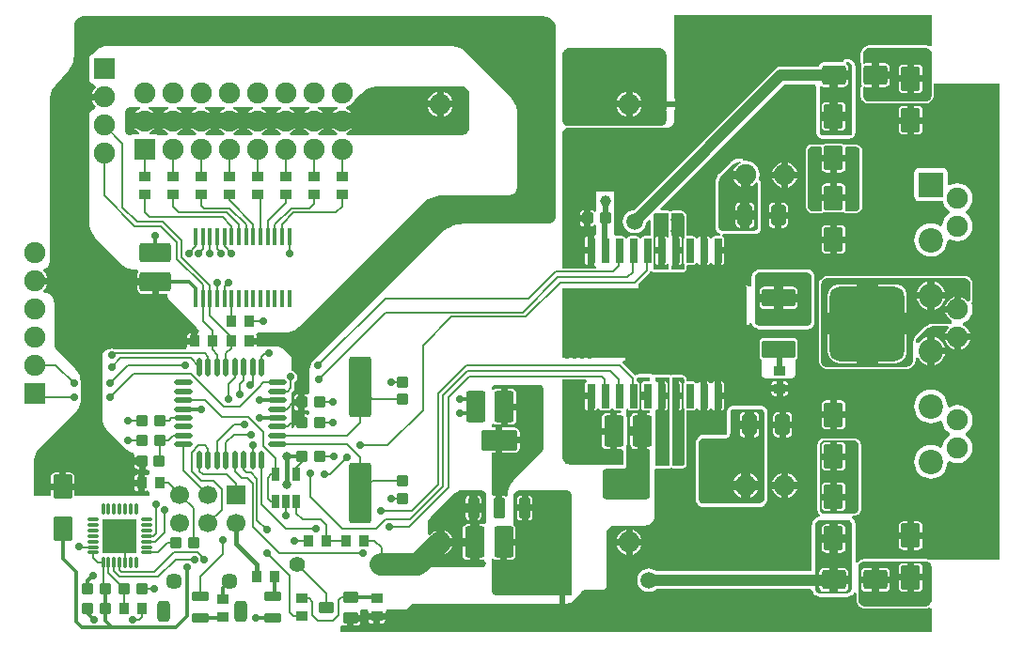
<source format=gbl>
G04 Layer_Physical_Order=2*
G04 Layer_Color=16711680*
%FSLAX43Y43*%
%MOMM*%
G71*
G01*
G75*
%ADD13C,0.200*%
%ADD14C,0.300*%
%ADD16C,0.400*%
%ADD17C,1.450*%
G04:AMPARAMS|DCode=18|XSize=1.9mm|YSize=1.2mm|CornerRadius=0.36mm|HoleSize=0mm|Usage=FLASHONLY|Rotation=270.000|XOffset=0mm|YOffset=0mm|HoleType=Round|Shape=RoundedRectangle|*
%AMROUNDEDRECTD18*
21,1,1.900,0.480,0,0,270.0*
21,1,1.180,1.200,0,0,270.0*
1,1,0.720,-0.240,-0.590*
1,1,0.720,-0.240,0.590*
1,1,0.720,0.240,0.590*
1,1,0.720,0.240,-0.590*
%
%ADD18ROUNDEDRECTD18*%
%ADD19C,1.900*%
%ADD20R,1.700X1.700*%
%ADD21C,1.700*%
%ADD22C,1.400*%
%ADD23R,1.900X1.900*%
%ADD24C,2.200*%
%ADD25R,2.200X2.200*%
%ADD26R,1.900X1.900*%
%ADD27C,0.700*%
%ADD28C,1.000*%
%ADD29C,0.800*%
%ADD30C,1.500*%
G04:AMPARAMS|DCode=31|XSize=0.92mm|YSize=1.08mm|CornerRadius=0.115mm|HoleSize=0mm|Usage=FLASHONLY|Rotation=270.000|XOffset=0mm|YOffset=0mm|HoleType=Round|Shape=RoundedRectangle|*
%AMROUNDEDRECTD31*
21,1,0.920,0.850,0,0,270.0*
21,1,0.690,1.080,0,0,270.0*
1,1,0.230,-0.425,-0.345*
1,1,0.230,-0.425,0.345*
1,1,0.230,0.425,0.345*
1,1,0.230,0.425,-0.345*
%
%ADD31ROUNDEDRECTD31*%
G04:AMPARAMS|DCode=32|XSize=1mm|YSize=1.4mm|CornerRadius=0.125mm|HoleSize=0mm|Usage=FLASHONLY|Rotation=90.000|XOffset=0mm|YOffset=0mm|HoleType=Round|Shape=RoundedRectangle|*
%AMROUNDEDRECTD32*
21,1,1.000,1.150,0,0,90.0*
21,1,0.750,1.400,0,0,90.0*
1,1,0.250,0.575,0.375*
1,1,0.250,0.575,-0.375*
1,1,0.250,-0.575,-0.375*
1,1,0.250,-0.575,0.375*
%
%ADD32ROUNDEDRECTD32*%
G04:AMPARAMS|DCode=33|XSize=1.6mm|YSize=3mm|CornerRadius=0.2mm|HoleSize=0mm|Usage=FLASHONLY|Rotation=90.000|XOffset=0mm|YOffset=0mm|HoleType=Round|Shape=RoundedRectangle|*
%AMROUNDEDRECTD33*
21,1,1.600,2.600,0,0,90.0*
21,1,1.200,3.000,0,0,90.0*
1,1,0.400,1.300,0.600*
1,1,0.400,1.300,-0.600*
1,1,0.400,-1.300,-0.600*
1,1,0.400,-1.300,0.600*
%
%ADD33ROUNDEDRECTD33*%
G04:AMPARAMS|DCode=34|XSize=6.7mm|YSize=6.7mm|CornerRadius=0.838mm|HoleSize=0mm|Usage=FLASHONLY|Rotation=90.000|XOffset=0mm|YOffset=0mm|HoleType=Round|Shape=RoundedRectangle|*
%AMROUNDEDRECTD34*
21,1,6.700,5.025,0,0,90.0*
21,1,5.025,6.700,0,0,90.0*
1,1,1.675,2.513,2.513*
1,1,1.675,2.513,-2.513*
1,1,1.675,-2.513,-2.513*
1,1,1.675,-2.513,2.513*
%
%ADD34ROUNDEDRECTD34*%
G04:AMPARAMS|DCode=35|XSize=5.5mm|YSize=2mm|CornerRadius=0.25mm|HoleSize=0mm|Usage=FLASHONLY|Rotation=90.000|XOffset=0mm|YOffset=0mm|HoleType=Round|Shape=RoundedRectangle|*
%AMROUNDEDRECTD35*
21,1,5.500,1.500,0,0,90.0*
21,1,5.000,2.000,0,0,90.0*
1,1,0.500,0.750,2.500*
1,1,0.500,0.750,-2.500*
1,1,0.500,-0.750,-2.500*
1,1,0.500,-0.750,2.500*
%
%ADD35ROUNDEDRECTD35*%
G04:AMPARAMS|DCode=36|XSize=0.94mm|YSize=1.03mm|CornerRadius=0.117mm|HoleSize=0mm|Usage=FLASHONLY|Rotation=180.000|XOffset=0mm|YOffset=0mm|HoleType=Round|Shape=RoundedRectangle|*
%AMROUNDEDRECTD36*
21,1,0.940,0.795,0,0,180.0*
21,1,0.705,1.030,0,0,180.0*
1,1,0.235,-0.352,0.398*
1,1,0.235,0.352,0.398*
1,1,0.235,0.352,-0.398*
1,1,0.235,-0.352,-0.398*
%
%ADD36ROUNDEDRECTD36*%
G04:AMPARAMS|DCode=37|XSize=0.92mm|YSize=1.08mm|CornerRadius=0.115mm|HoleSize=0mm|Usage=FLASHONLY|Rotation=180.000|XOffset=0mm|YOffset=0mm|HoleType=Round|Shape=RoundedRectangle|*
%AMROUNDEDRECTD37*
21,1,0.920,0.850,0,0,180.0*
21,1,0.690,1.080,0,0,180.0*
1,1,0.230,-0.345,0.425*
1,1,0.230,0.345,0.425*
1,1,0.230,0.345,-0.425*
1,1,0.230,-0.345,-0.425*
%
%ADD37ROUNDEDRECTD37*%
G04:AMPARAMS|DCode=38|XSize=0.71mm|YSize=2.19mm|CornerRadius=0.089mm|HoleSize=0mm|Usage=FLASHONLY|Rotation=0.000|XOffset=0mm|YOffset=0mm|HoleType=Round|Shape=RoundedRectangle|*
%AMROUNDEDRECTD38*
21,1,0.710,2.013,0,0,0.0*
21,1,0.532,2.190,0,0,0.0*
1,1,0.177,0.266,-1.006*
1,1,0.177,-0.266,-1.006*
1,1,0.177,-0.266,1.006*
1,1,0.177,0.266,1.006*
%
%ADD38ROUNDEDRECTD38*%
%ADD39R,16.650X6.350*%
G04:AMPARAMS|DCode=40|XSize=1.47mm|YSize=0.41mm|CornerRadius=0.051mm|HoleSize=0mm|Usage=FLASHONLY|Rotation=270.000|XOffset=0mm|YOffset=0mm|HoleType=Round|Shape=RoundedRectangle|*
%AMROUNDEDRECTD40*
21,1,1.470,0.307,0,0,270.0*
21,1,1.367,0.410,0,0,270.0*
1,1,0.102,-0.154,-0.684*
1,1,0.102,-0.154,0.684*
1,1,0.102,0.154,0.684*
1,1,0.102,0.154,-0.684*
%
%ADD40ROUNDEDRECTD40*%
G04:AMPARAMS|DCode=41|XSize=1.76mm|YSize=2.82mm|CornerRadius=0.22mm|HoleSize=0mm|Usage=FLASHONLY|Rotation=0.000|XOffset=0mm|YOffset=0mm|HoleType=Round|Shape=RoundedRectangle|*
%AMROUNDEDRECTD41*
21,1,1.760,2.380,0,0,0.0*
21,1,1.320,2.820,0,0,0.0*
1,1,0.440,0.660,-1.190*
1,1,0.440,-0.660,-1.190*
1,1,0.440,-0.660,1.190*
1,1,0.440,0.660,1.190*
%
%ADD41ROUNDEDRECTD41*%
G04:AMPARAMS|DCode=42|XSize=1.76mm|YSize=2.82mm|CornerRadius=0.22mm|HoleSize=0mm|Usage=FLASHONLY|Rotation=270.000|XOffset=0mm|YOffset=0mm|HoleType=Round|Shape=RoundedRectangle|*
%AMROUNDEDRECTD42*
21,1,1.760,2.380,0,0,270.0*
21,1,1.320,2.820,0,0,270.0*
1,1,0.440,-1.190,-0.660*
1,1,0.440,-1.190,0.660*
1,1,0.440,1.190,0.660*
1,1,0.440,1.190,-0.660*
%
%ADD42ROUNDEDRECTD42*%
G04:AMPARAMS|DCode=43|XSize=1.74mm|YSize=2.17mm|CornerRadius=0.217mm|HoleSize=0mm|Usage=FLASHONLY|Rotation=0.000|XOffset=0mm|YOffset=0mm|HoleType=Round|Shape=RoundedRectangle|*
%AMROUNDEDRECTD43*
21,1,1.740,1.735,0,0,0.0*
21,1,1.305,2.170,0,0,0.0*
1,1,0.435,0.652,-0.868*
1,1,0.435,-0.652,-0.868*
1,1,0.435,-0.652,0.868*
1,1,0.435,0.652,0.868*
%
%ADD43ROUNDEDRECTD43*%
G04:AMPARAMS|DCode=44|XSize=1.74mm|YSize=2.17mm|CornerRadius=0.217mm|HoleSize=0mm|Usage=FLASHONLY|Rotation=270.000|XOffset=0mm|YOffset=0mm|HoleType=Round|Shape=RoundedRectangle|*
%AMROUNDEDRECTD44*
21,1,1.740,1.735,0,0,270.0*
21,1,1.305,2.170,0,0,270.0*
1,1,0.435,-0.868,-0.652*
1,1,0.435,-0.868,0.652*
1,1,0.435,0.868,0.652*
1,1,0.435,0.868,-0.652*
%
%ADD44ROUNDEDRECTD44*%
G04:AMPARAMS|DCode=45|XSize=1.28mm|YSize=1.87mm|CornerRadius=0.16mm|HoleSize=0mm|Usage=FLASHONLY|Rotation=180.000|XOffset=0mm|YOffset=0mm|HoleType=Round|Shape=RoundedRectangle|*
%AMROUNDEDRECTD45*
21,1,1.280,1.550,0,0,180.0*
21,1,0.960,1.870,0,0,180.0*
1,1,0.320,-0.480,0.775*
1,1,0.320,0.480,0.775*
1,1,0.320,0.480,-0.775*
1,1,0.320,-0.480,-0.775*
%
%ADD45ROUNDEDRECTD45*%
G04:AMPARAMS|DCode=46|XSize=1.05mm|YSize=1.07mm|CornerRadius=0.131mm|HoleSize=0mm|Usage=FLASHONLY|Rotation=180.000|XOffset=0mm|YOffset=0mm|HoleType=Round|Shape=RoundedRectangle|*
%AMROUNDEDRECTD46*
21,1,1.050,0.807,0,0,180.0*
21,1,0.787,1.070,0,0,180.0*
1,1,0.263,-0.394,0.404*
1,1,0.263,0.394,0.404*
1,1,0.263,0.394,-0.404*
1,1,0.263,-0.394,-0.404*
%
%ADD46ROUNDEDRECTD46*%
G04:AMPARAMS|DCode=47|XSize=3.27mm|YSize=1.85mm|CornerRadius=0.231mm|HoleSize=0mm|Usage=FLASHONLY|Rotation=180.000|XOffset=0mm|YOffset=0mm|HoleType=Round|Shape=RoundedRectangle|*
%AMROUNDEDRECTD47*
21,1,3.270,1.387,0,0,180.0*
21,1,2.808,1.850,0,0,180.0*
1,1,0.463,-1.404,0.694*
1,1,0.463,1.404,0.694*
1,1,0.463,1.404,-0.694*
1,1,0.463,-1.404,-0.694*
%
%ADD47ROUNDEDRECTD47*%
G04:AMPARAMS|DCode=48|XSize=0.97mm|YSize=1.85mm|CornerRadius=0.121mm|HoleSize=0mm|Usage=FLASHONLY|Rotation=180.000|XOffset=0mm|YOffset=0mm|HoleType=Round|Shape=RoundedRectangle|*
%AMROUNDEDRECTD48*
21,1,0.970,1.607,0,0,180.0*
21,1,0.728,1.850,0,0,180.0*
1,1,0.242,-0.364,0.804*
1,1,0.242,0.364,0.804*
1,1,0.242,0.364,-0.804*
1,1,0.242,-0.364,-0.804*
%
%ADD48ROUNDEDRECTD48*%
G04:AMPARAMS|DCode=49|XSize=0.61mm|YSize=1.26mm|CornerRadius=0.076mm|HoleSize=0mm|Usage=FLASHONLY|Rotation=0.000|XOffset=0mm|YOffset=0mm|HoleType=Round|Shape=RoundedRectangle|*
%AMROUNDEDRECTD49*
21,1,0.610,1.107,0,0,0.0*
21,1,0.458,1.260,0,0,0.0*
1,1,0.152,0.229,-0.554*
1,1,0.152,-0.229,-0.554*
1,1,0.152,-0.229,0.554*
1,1,0.152,0.229,0.554*
%
%ADD49ROUNDEDRECTD49*%
G04:AMPARAMS|DCode=50|XSize=0.94mm|YSize=1.03mm|CornerRadius=0.117mm|HoleSize=0mm|Usage=FLASHONLY|Rotation=270.000|XOffset=0mm|YOffset=0mm|HoleType=Round|Shape=RoundedRectangle|*
%AMROUNDEDRECTD50*
21,1,0.940,0.795,0,0,270.0*
21,1,0.705,1.030,0,0,270.0*
1,1,0.235,-0.398,-0.352*
1,1,0.235,-0.398,0.352*
1,1,0.235,0.398,0.352*
1,1,0.235,0.398,-0.352*
%
%ADD50ROUNDEDRECTD50*%
%ADD51O,1.650X0.550*%
%ADD52O,0.550X1.650*%
%ADD53R,3.130X3.130*%
G04:AMPARAMS|DCode=54|XSize=0.26mm|YSize=0.99mm|CornerRadius=0.033mm|HoleSize=0mm|Usage=FLASHONLY|Rotation=90.000|XOffset=0mm|YOffset=0mm|HoleType=Round|Shape=RoundedRectangle|*
%AMROUNDEDRECTD54*
21,1,0.260,0.925,0,0,90.0*
21,1,0.195,0.990,0,0,90.0*
1,1,0.065,0.463,0.098*
1,1,0.065,0.463,-0.098*
1,1,0.065,-0.463,-0.098*
1,1,0.065,-0.463,0.098*
%
%ADD54ROUNDEDRECTD54*%
G04:AMPARAMS|DCode=55|XSize=0.26mm|YSize=0.99mm|CornerRadius=0.033mm|HoleSize=0mm|Usage=FLASHONLY|Rotation=0.000|XOffset=0mm|YOffset=0mm|HoleType=Round|Shape=RoundedRectangle|*
%AMROUNDEDRECTD55*
21,1,0.260,0.925,0,0,0.0*
21,1,0.195,0.990,0,0,0.0*
1,1,0.065,0.098,-0.463*
1,1,0.065,-0.098,-0.463*
1,1,0.065,-0.098,0.463*
1,1,0.065,0.098,0.463*
%
%ADD55ROUNDEDRECTD55*%
G04:AMPARAMS|DCode=56|XSize=0.91mm|YSize=1.46mm|CornerRadius=0.114mm|HoleSize=0mm|Usage=FLASHONLY|Rotation=90.000|XOffset=0mm|YOffset=0mm|HoleType=Round|Shape=RoundedRectangle|*
%AMROUNDEDRECTD56*
21,1,0.910,1.232,0,0,90.0*
21,1,0.682,1.460,0,0,90.0*
1,1,0.228,0.616,0.341*
1,1,0.228,0.616,-0.341*
1,1,0.228,-0.616,-0.341*
1,1,0.228,-0.616,0.341*
%
%ADD56ROUNDEDRECTD56*%
%ADD57C,2.000*%
%ADD58C,0.500*%
%ADD59C,1.000*%
%ADD60C,0.750*%
%ADD61R,1.600X0.600*%
%ADD62R,0.600X1.600*%
G36*
X58300Y23164D02*
Y22787D01*
X57799D01*
X57686Y22764D01*
X57591Y22700D01*
X57527Y22605D01*
X57504Y22492D01*
Y21886D01*
X58065D01*
Y21086D01*
X57504D01*
Y20480D01*
X57527Y20367D01*
X57591Y20272D01*
X57686Y20208D01*
X57799Y20185D01*
X58300D01*
Y19955D01*
X58255Y19918D01*
X57995D01*
Y18300D01*
Y16682D01*
X58173D01*
X58300Y16573D01*
Y12700D01*
X58300D01*
X58300Y12593D01*
X58218Y12397D01*
X58068Y12246D01*
X57871Y12164D01*
X56167Y12164D01*
X54436Y12164D01*
X54436Y12164D01*
X54349Y12164D01*
X54189Y12231D01*
X54066Y12353D01*
X54000Y12513D01*
X54000Y12600D01*
Y14500D01*
X54000Y14580D01*
X54061Y14727D01*
X54173Y14839D01*
X54320Y14900D01*
X54400Y14900D01*
X55800D01*
X55800Y14900D01*
Y14900D01*
X55872Y14907D01*
X55915Y14925D01*
X56004Y14962D01*
X56105Y15063D01*
X56160Y15195D01*
X56167Y15267D01*
Y16968D01*
X56195Y17110D01*
Y19490D01*
X56167Y19632D01*
Y20273D01*
X56294Y20311D01*
X56321Y20272D01*
X56416Y20208D01*
X56529Y20185D01*
X57061D01*
X57174Y20208D01*
X57269Y20272D01*
X57333Y20367D01*
X57356Y20480D01*
Y22492D01*
X57333Y22605D01*
X57269Y22700D01*
X57174Y22764D01*
X57068Y22785D01*
Y23055D01*
X57239Y23131D01*
X57367Y23164D01*
X58300Y23164D01*
D02*
G37*
G36*
X52600Y22773D02*
X52597Y22758D01*
X52511Y22700D01*
X52447Y22605D01*
X52424Y22492D01*
Y21786D01*
X52985D01*
Y21486D01*
X53285D01*
Y20192D01*
X53364Y20208D01*
X53459Y20272D01*
X53515Y20355D01*
X53611Y20367D01*
X53629D01*
X53725Y20355D01*
X53781Y20272D01*
X53876Y20208D01*
X53989Y20185D01*
X54521D01*
X54634Y20208D01*
X54729Y20272D01*
X54785Y20355D01*
X54881Y20367D01*
X54899D01*
X54995Y20355D01*
X55051Y20272D01*
X55146Y20208D01*
X55259Y20185D01*
X55672D01*
X55702Y20103D01*
X55564Y19918D01*
X55305D01*
Y18300D01*
Y16682D01*
X55665D01*
X55861Y16517D01*
Y15300D01*
X51100D01*
X51028Y15300D01*
X50886Y15328D01*
X50753Y15383D01*
X50633Y15464D01*
X50531Y15566D01*
X50450Y15686D01*
X50395Y15819D01*
X50367Y15961D01*
X50367Y16033D01*
Y22958D01*
X52538D01*
X52600Y22773D01*
D02*
G37*
G36*
X33824Y49400D02*
X41300Y49400D01*
X41300Y49400D01*
X41300Y49400D01*
X41300D01*
X41418Y49390D01*
X41504Y49373D01*
X41632Y49320D01*
X41746Y49244D01*
X41844Y49146D01*
X41920Y49032D01*
X41973Y48904D01*
X42000Y48769D01*
X42000Y45700D01*
X42000Y45700D01*
Y45631D01*
X41973Y45496D01*
X41920Y45368D01*
X41844Y45254D01*
X41746Y45156D01*
X41632Y45080D01*
X41504Y45027D01*
X41369Y45000D01*
X41300D01*
X31040Y45000D01*
X30896Y45060D01*
X30884Y45104D01*
X30886Y45193D01*
X31110Y45285D01*
X31350Y45470D01*
X31442Y45590D01*
X29618D01*
X29710Y45470D01*
X29950Y45285D01*
X30174Y45193D01*
X30176Y45104D01*
X30164Y45060D01*
X30020Y45000D01*
X28500Y45000D01*
X28356Y45060D01*
X28344Y45104D01*
X28346Y45193D01*
X28570Y45285D01*
X28810Y45470D01*
X28902Y45590D01*
X27078D01*
X27170Y45470D01*
X27410Y45285D01*
X27634Y45193D01*
X27636Y45104D01*
X27624Y45060D01*
X27480Y45000D01*
X25960Y45000D01*
X25816Y45060D01*
X25804Y45104D01*
X25806Y45193D01*
X26030Y45285D01*
X26270Y45470D01*
X26362Y45590D01*
X24538D01*
X24630Y45470D01*
X24870Y45285D01*
X25094Y45193D01*
X25096Y45104D01*
X25084Y45060D01*
X24940Y45000D01*
X23420Y45000D01*
X23276Y45060D01*
X23264Y45104D01*
X23266Y45193D01*
X23490Y45285D01*
X23730Y45470D01*
X23822Y45590D01*
X21998D01*
X22090Y45470D01*
X22330Y45285D01*
X22554Y45193D01*
X22556Y45104D01*
X22544Y45060D01*
X22400Y45000D01*
X20880Y45000D01*
X20736Y45060D01*
X20724Y45104D01*
X20726Y45193D01*
X20950Y45285D01*
X21190Y45470D01*
X21282Y45590D01*
X19458D01*
X19550Y45470D01*
X19790Y45285D01*
X20014Y45193D01*
X20016Y45104D01*
X20004Y45060D01*
X19860Y45000D01*
X18340Y45000D01*
X18196Y45060D01*
X18184Y45104D01*
X18186Y45193D01*
X18410Y45285D01*
X18650Y45470D01*
X18742Y45590D01*
X16918D01*
X17010Y45470D01*
X17250Y45285D01*
X17474Y45193D01*
X17476Y45104D01*
X17464Y45060D01*
X17320Y45000D01*
X15800Y45000D01*
X15656Y45060D01*
X15644Y45104D01*
X15646Y45193D01*
X15870Y45285D01*
X16110Y45470D01*
X16202Y45590D01*
X14378D01*
X14470Y45470D01*
X14710Y45285D01*
X14934Y45193D01*
X14936Y45104D01*
X14924Y45060D01*
X14780Y45000D01*
X13971Y45000D01*
X13856Y45077D01*
X13700Y45108D01*
X13233D01*
X13208Y45235D01*
X13330Y45285D01*
X13570Y45470D01*
X13662Y45590D01*
X11838D01*
X11930Y45470D01*
X12170Y45285D01*
X12292Y45235D01*
X12267Y45108D01*
X11800D01*
X11644Y45077D01*
X11529Y45000D01*
X11400D01*
X11400Y45000D01*
X11320D01*
X11173Y45061D01*
X11061Y45173D01*
X11000Y45320D01*
X11000Y47000D01*
X11000D01*
X11000Y47099D01*
X11076Y47283D01*
X11217Y47424D01*
X11401Y47500D01*
X11500Y47500D01*
X12334D01*
X12359Y47373D01*
X12170Y47295D01*
X11930Y47110D01*
X11838Y46990D01*
X13662D01*
X13570Y47110D01*
X13330Y47295D01*
X13141Y47373D01*
X13166Y47500D01*
X14874D01*
X14899Y47373D01*
X14710Y47295D01*
X14470Y47110D01*
X14378Y46990D01*
X16202D01*
X16110Y47110D01*
X15870Y47295D01*
X15681Y47373D01*
X15706Y47500D01*
X17414D01*
X17439Y47373D01*
X17250Y47295D01*
X17010Y47110D01*
X16918Y46990D01*
X18742D01*
X18650Y47110D01*
X18410Y47295D01*
X18221Y47373D01*
X18246Y47500D01*
X19954D01*
X19979Y47373D01*
X19790Y47295D01*
X19550Y47110D01*
X19458Y46990D01*
X21282D01*
X21190Y47110D01*
X20950Y47295D01*
X20761Y47373D01*
X20786Y47500D01*
X22494Y47500D01*
X22519Y47373D01*
X22330Y47295D01*
X22090Y47110D01*
X21998Y46990D01*
X23822D01*
X23730Y47110D01*
X23490Y47295D01*
X23301Y47373D01*
X23326Y47500D01*
X25034D01*
X25059Y47373D01*
X24870Y47295D01*
X24630Y47110D01*
X24538Y46990D01*
X26362D01*
X26270Y47110D01*
X26030Y47295D01*
X25841Y47373D01*
X25866Y47500D01*
X27574D01*
X27599Y47373D01*
X27410Y47295D01*
X27170Y47110D01*
X27078Y46990D01*
X28902D01*
X28810Y47110D01*
X28570Y47295D01*
X28381Y47373D01*
X28406Y47500D01*
X30114D01*
X30139Y47373D01*
X29950Y47295D01*
X29710Y47110D01*
X29618Y46990D01*
X31442D01*
X31350Y47110D01*
X31110Y47295D01*
X30886Y47387D01*
X30884Y47476D01*
X30896Y47521D01*
X31211Y47651D01*
X31493Y47867D01*
X31709Y48149D01*
X31752Y48252D01*
X32246Y48746D01*
X32246Y48746D01*
X32246Y48746D01*
X32402Y48902D01*
X32767Y49146D01*
X33173Y49314D01*
X33604Y49400D01*
X33824Y49400D01*
D02*
G37*
G36*
X48200Y22500D02*
X48200Y22500D01*
X48200D01*
X48382Y22466D01*
X48483Y22424D01*
X48624Y22283D01*
X48700Y22099D01*
X48700Y22000D01*
Y17083D01*
X48700Y17083D01*
X48700Y16968D01*
X48655Y16743D01*
X48567Y16531D01*
X48440Y16340D01*
X46083Y13983D01*
Y13983D01*
X45952Y13838D01*
X45735Y13514D01*
X45586Y13153D01*
X45510Y12771D01*
X45500Y12576D01*
Y12458D01*
X45300Y12397D01*
X45290Y12411D01*
X45184Y12482D01*
X45059Y12507D01*
X44995D01*
Y11376D01*
X44395D01*
Y12507D01*
X44331D01*
X44206Y12482D01*
X44200Y12478D01*
X44000Y12585D01*
X44000Y16100D01*
Y16341D01*
X44395D01*
Y17474D01*
Y18608D01*
X44000D01*
Y18920D01*
X44115Y18975D01*
X44200Y18995D01*
X44321Y18914D01*
X44485Y18882D01*
X44845D01*
Y20500D01*
Y22118D01*
X44485D01*
X44321Y22086D01*
X44200Y22005D01*
X44115Y22025D01*
X44000Y22080D01*
X44000Y22180D01*
X44061Y22327D01*
X44173Y22439D01*
X44320Y22500D01*
X44400Y22500D01*
X48200Y22500D01*
X48200Y22500D01*
D02*
G37*
G36*
X76136Y10264D02*
X76136Y10264D01*
X76136D01*
X76253Y10243D01*
X76323Y10214D01*
X76417Y10121D01*
X76467Y9999D01*
X76467Y9933D01*
X76467Y4167D01*
X76467Y4167D01*
X76467Y4067D01*
X76390Y3882D01*
X76249Y3741D01*
X76064Y3664D01*
X73636Y3664D01*
X73636Y3664D01*
X73542Y3664D01*
X73370Y3736D01*
X73238Y3868D01*
X73167Y4040D01*
X73167Y4133D01*
X73167Y9867D01*
X73167Y9867D01*
X73167Y9867D01*
X73182Y9983D01*
X73227Y10092D01*
X73339Y10204D01*
X73485Y10264D01*
X73564Y10264D01*
X76136Y10264D01*
X76136Y10264D01*
D02*
G37*
G36*
X51064Y52864D02*
X59036Y52864D01*
X59036Y52864D01*
X59036Y52864D01*
X59036D01*
X59159Y52854D01*
X59249Y52836D01*
X59382Y52781D01*
X59502Y52701D01*
X59604Y52599D01*
X59684Y52479D01*
X59739Y52346D01*
X59767Y52205D01*
X59767Y52133D01*
X59767Y49680D01*
X59767Y48290D01*
X59358D01*
X59280Y48274D01*
X59214Y48230D01*
X59170Y48164D01*
X59154Y48086D01*
Y47486D01*
X59170Y47408D01*
X59214Y47342D01*
X59280Y47297D01*
X59358Y47282D01*
X59677D01*
X59767Y47192D01*
X59767Y46467D01*
X59767Y46467D01*
X59767Y46342D01*
X59671Y46111D01*
X59495Y45935D01*
X59264Y45839D01*
X59139Y45839D01*
X50861Y45839D01*
X50762Y45839D01*
X50581Y45914D01*
X50442Y46053D01*
X50367Y46235D01*
X50367Y46333D01*
X50367Y52167D01*
X50367Y52167D01*
X50378Y52290D01*
X50394Y52370D01*
X50446Y52497D01*
X50523Y52612D01*
X50620Y52709D01*
X50734Y52785D01*
X50861Y52838D01*
X50996Y52864D01*
X51064Y52864D01*
D02*
G37*
G36*
X7300Y55700D02*
X48699Y55700D01*
X48700Y55700D01*
X48700Y55700D01*
X48706Y55700D01*
X48886Y55684D01*
X49021Y55657D01*
X49221Y55575D01*
X49401Y55454D01*
X49554Y55301D01*
X49675Y55121D01*
X49758Y54921D01*
X49800Y54708D01*
X49800Y54600D01*
X49800Y37700D01*
X49800D01*
X49800Y37631D01*
X49773Y37496D01*
X49720Y37368D01*
X49644Y37254D01*
X49546Y37156D01*
X49432Y37080D01*
X49304Y37027D01*
X49169Y37000D01*
X47300D01*
X41559Y37000D01*
X41559Y37000D01*
X41413Y36996D01*
X41122Y36968D01*
X40835Y36911D01*
X40555Y36826D01*
X40285Y36714D01*
X40027Y36576D01*
X39784Y36414D01*
X39558Y36228D01*
X39452Y36127D01*
X28065Y24740D01*
X27961Y24625D01*
X27788Y24366D01*
X27668Y24078D01*
X27608Y23773D01*
X27600Y23617D01*
X27600Y21682D01*
X27400Y21581D01*
X27376Y21597D01*
X27253Y21621D01*
X27200D01*
Y20900D01*
Y20179D01*
X27253D01*
X27376Y20203D01*
X27400Y20219D01*
X27600Y20118D01*
Y19882D01*
X27400Y19781D01*
X27376Y19797D01*
X27252Y19821D01*
X27200D01*
Y19100D01*
X26900D01*
Y18800D01*
X26224D01*
Y18702D01*
X26059Y18556D01*
X26048Y18554D01*
X26000Y18569D01*
Y21792D01*
X26166Y21959D01*
X26233Y22058D01*
X26256Y22175D01*
Y22743D01*
X26347Y22803D01*
X26468Y22985D01*
X26511Y23200D01*
X26468Y23415D01*
X26347Y23597D01*
X26165Y23718D01*
X26000Y23751D01*
X26000Y24659D01*
X26000Y24659D01*
X26000Y24659D01*
X25996Y24739D01*
X25965Y24898D01*
X25903Y25047D01*
X25813Y25182D01*
X25759Y25241D01*
X25383Y25617D01*
X25383Y25617D01*
X25313Y25681D01*
X25155Y25786D01*
X24980Y25859D01*
X24794Y25895D01*
X24700Y25900D01*
X22948Y25900D01*
X22866Y26000D01*
Y26125D01*
X22200D01*
Y26725D01*
X22866D01*
Y26850D01*
X22842Y26973D01*
X22824Y27000D01*
X22921Y27200D01*
X25441Y27200D01*
X25609Y27208D01*
X25635Y27213D01*
X25938Y27274D01*
X26248Y27402D01*
X26527Y27589D01*
X26652Y27702D01*
X37690Y38740D01*
X37690Y38740D01*
Y38740D01*
X37834Y38877D01*
X38015Y39025D01*
X38255Y39186D01*
X38509Y39322D01*
X38776Y39432D01*
X39052Y39516D01*
X39334Y39572D01*
X39621Y39600D01*
X39766Y39600D01*
X45600Y39600D01*
X45669Y39603D01*
X45803Y39630D01*
X45930Y39682D01*
X46044Y39759D01*
X46141Y39856D01*
X46218Y39970D01*
X46270Y40097D01*
X46297Y40231D01*
X46300Y40300D01*
X46300Y46876D01*
X46300Y46876D01*
X46300Y46876D01*
X46288Y47118D01*
X46194Y47594D01*
X46008Y48042D01*
X45739Y48445D01*
X45576Y48624D01*
X41854Y52346D01*
X41854Y52346D01*
X41691Y52494D01*
X41328Y52737D01*
X40924Y52904D01*
X40494Y52989D01*
X40276Y53000D01*
X9283Y53000D01*
X9283Y53000D01*
X9174Y52995D01*
X8962Y52953D01*
X8762Y52870D01*
X8582Y52749D01*
X8501Y52676D01*
X8141Y52316D01*
X8044Y52297D01*
X7912Y52208D01*
X7823Y52076D01*
X7792Y51920D01*
Y50020D01*
X7823Y49864D01*
X7912Y49732D01*
X7985Y49683D01*
X8067Y49601D01*
X8283Y49511D01*
X8335Y49506D01*
X8397Y49334D01*
X8397Y49301D01*
X8330Y49250D01*
X8145Y49010D01*
X8030Y48730D01*
X8030Y48730D01*
X9150D01*
Y48130D01*
X8030D01*
X8030Y48130D01*
X8145Y47850D01*
X8330Y47610D01*
X8348Y47596D01*
X8289Y47389D01*
X8283Y47388D01*
X8067Y47299D01*
X7901Y47133D01*
X7812Y46917D01*
X7800Y46800D01*
Y45978D01*
X7788Y45890D01*
X7800Y45802D01*
Y43438D01*
X7788Y43350D01*
X7800Y43262D01*
X7800Y37056D01*
X7809Y36877D01*
X7879Y36526D01*
X8016Y36196D01*
X8215Y35898D01*
X8335Y35765D01*
X10765Y33335D01*
Y33335D01*
X10873Y33237D01*
X11115Y33075D01*
X11384Y32964D01*
X11669Y32907D01*
X11815Y32900D01*
X12147D01*
X12198Y32823D01*
X12235Y32700D01*
X12164Y32594D01*
X12132Y32430D01*
Y32070D01*
X13750D01*
Y31770D01*
X14050D01*
Y30682D01*
X14805D01*
X14806Y30669D01*
X14850Y30444D01*
X14938Y30233D01*
X15065Y30043D01*
X15141Y29959D01*
X17451Y27649D01*
X17451Y27649D01*
X17558Y27542D01*
X17700Y27329D01*
X17654Y27224D01*
X17569Y27146D01*
X17550D01*
Y26400D01*
X17250D01*
Y26100D01*
X16584D01*
Y25975D01*
X16599Y25900D01*
X16516Y25751D01*
X16469Y25700D01*
X10042Y25700D01*
X10015Y25718D01*
X9800Y25761D01*
X9585Y25718D01*
X9551Y25695D01*
X9483Y25688D01*
X9267Y25599D01*
X9101Y25433D01*
X9012Y25217D01*
X9000Y25100D01*
X9000Y19313D01*
X9006Y19192D01*
X9053Y18953D01*
X9146Y18729D01*
X9281Y18527D01*
X9363Y18437D01*
X11088Y16712D01*
Y16712D01*
X11190Y16619D01*
X11420Y16466D01*
X11674Y16361D01*
X11759Y16344D01*
X11858Y16142D01*
X11858Y16120D01*
X11835Y16007D01*
Y15903D01*
X12567D01*
Y15603D01*
X12867D01*
Y14862D01*
X12961D01*
X13000Y14869D01*
X13179Y14752D01*
X13200Y14721D01*
Y14454D01*
X13000Y14355D01*
X12975Y14372D01*
X12852Y14396D01*
X12807D01*
Y13650D01*
Y12904D01*
X12852D01*
X12975Y12928D01*
X13000Y12945D01*
X13200Y12846D01*
Y12800D01*
X13200Y12500D01*
X10800Y12500D01*
X8546Y12500D01*
X6478Y12500D01*
Y12980D01*
X5400D01*
X4322D01*
Y12500D01*
X2800Y12500D01*
X2800Y15287D01*
X2800Y15476D01*
X2800Y15476D01*
Y15476D01*
X2800Y15476D01*
X2800Y15672D01*
X2876Y16056D01*
X3026Y16418D01*
X3244Y16744D01*
X3383Y16883D01*
X5500Y19000D01*
X6588Y20088D01*
X6588Y20088D01*
X6588Y20088D01*
X6593Y20093D01*
X6680Y20190D01*
X6708Y20232D01*
X6834Y20419D01*
X6940Y20674D01*
X6993Y20945D01*
X7000Y21083D01*
X7000Y22637D01*
X7000Y22833D01*
X7000Y22833D01*
X6992Y22985D01*
X6986Y23018D01*
X6986Y23018D01*
X6984Y23026D01*
X6979Y23052D01*
X6933Y23283D01*
X6817Y23564D01*
X6648Y23816D01*
X6546Y23929D01*
X4896Y25579D01*
Y25579D01*
X4779Y25722D01*
X4730Y25795D01*
X4660Y25963D01*
X4625Y26142D01*
X4625Y26234D01*
X4625Y29875D01*
X4625D01*
X4621Y29966D01*
X4585Y30144D01*
X4516Y30311D01*
X4415Y30462D01*
X4287Y30590D01*
X4136Y30691D01*
X3969Y30760D01*
X3791Y30796D01*
X3745Y30798D01*
X3689Y30909D01*
X3680Y31000D01*
X3720Y31031D01*
X3905Y31271D01*
X4020Y31551D01*
X4020Y31551D01*
X2900D01*
Y32151D01*
X4020D01*
X4020Y32151D01*
X3905Y32431D01*
X3720Y32671D01*
X3660Y32717D01*
X3710Y32931D01*
X3842Y32985D01*
X3960Y33064D01*
X4060Y33165D01*
X4140Y33283D01*
X4194Y33414D01*
X4222Y33554D01*
X4225Y33625D01*
Y34113D01*
X4262Y34391D01*
X4225Y34669D01*
X4225Y48132D01*
X4225D01*
X4225Y48132D01*
X4228Y48330D01*
X4290Y48672D01*
X4417Y49013D01*
X4603Y49326D01*
X4723Y49463D01*
X5933Y50854D01*
X5933Y50854D01*
X5933Y50854D01*
X5946Y50871D01*
X6039Y50987D01*
X6051Y51008D01*
X6213Y51279D01*
X6332Y51597D01*
X6392Y51932D01*
X6400Y52102D01*
X6400Y54799D01*
X6400D01*
X6400Y54800D01*
X6420Y54991D01*
X6434Y55062D01*
X6502Y55226D01*
X6601Y55374D01*
X6726Y55499D01*
X6873Y55598D01*
X7037Y55666D01*
X7211Y55700D01*
X7300Y55700D01*
D02*
G37*
G36*
X61127Y37964D02*
X61237Y37919D01*
X61321Y37834D01*
X61344Y37780D01*
X61367Y37664D01*
Y37664D01*
X61367Y37664D01*
X61367Y37664D01*
X61367Y35750D01*
X61337Y35705D01*
X61314Y35592D01*
Y33580D01*
X61337Y33467D01*
X61367Y33422D01*
Y32926D01*
X61277Y32836D01*
X60171Y32836D01*
X60171Y32836D01*
Y33204D01*
X60298Y33293D01*
X60305Y33292D01*
Y34586D01*
Y35880D01*
X60298Y35879D01*
X60171Y35968D01*
X60171Y36290D01*
X60168Y36304D01*
X60169Y36317D01*
X60167Y36336D01*
X60169Y36356D01*
X60168Y36369D01*
X60171Y36382D01*
Y37290D01*
X60168Y37304D01*
X60169Y37317D01*
X60167Y37336D01*
X60169Y37355D01*
X60168Y37369D01*
X60171Y37382D01*
Y37858D01*
X60237Y37932D01*
X60289Y37964D01*
X61127Y37964D01*
D02*
G37*
G36*
X61167Y23164D02*
X61167D01*
X61281Y23133D01*
X61336Y23078D01*
X61367Y23004D01*
Y22650D01*
X61337Y22605D01*
X61314Y22492D01*
Y20480D01*
X61337Y20367D01*
X61367Y20322D01*
Y15364D01*
X61367Y15364D01*
Y15325D01*
X61336Y15251D01*
X61280Y15195D01*
X61207Y15164D01*
X60367Y15164D01*
X60271Y15279D01*
Y15618D01*
X60268Y15632D01*
X60269Y15645D01*
X60267Y15664D01*
X60269Y15683D01*
X60268Y15697D01*
X60271Y15710D01*
X60271Y16618D01*
X60268Y16632D01*
X60269Y16645D01*
X60267Y16664D01*
X60269Y16683D01*
X60268Y16697D01*
X60271Y16710D01*
Y17618D01*
X60268Y17632D01*
X60269Y17645D01*
X60267Y17664D01*
X60269Y17684D01*
X60268Y17697D01*
X60271Y17710D01*
Y18618D01*
X60268Y18632D01*
X60269Y18645D01*
X60267Y18664D01*
X60269Y18684D01*
X60268Y18697D01*
X60271Y18710D01*
X60271Y19618D01*
X60268Y19632D01*
X60269Y19645D01*
X60267Y19664D01*
X60269Y19684D01*
X60268Y19697D01*
X60271Y19710D01*
Y20130D01*
X60305Y20158D01*
Y21486D01*
Y22814D01*
X60271Y22842D01*
Y23164D01*
X60271Y23164D01*
X61049Y23164D01*
X61167Y23164D01*
D02*
G37*
G36*
X60067Y23164D02*
Y22605D01*
X60067Y22605D01*
X60044Y22492D01*
Y20480D01*
X60067Y20367D01*
X60067Y20367D01*
Y19710D01*
X60061Y19664D01*
X60067Y19618D01*
X60067Y18710D01*
X60061Y18664D01*
X60067Y18618D01*
Y17710D01*
X60061Y17664D01*
X60067Y17618D01*
Y16710D01*
X60061Y16664D01*
X60067Y16618D01*
X60067Y15710D01*
X60061Y15664D01*
X60067Y15618D01*
Y15164D01*
X58857Y15164D01*
X58767Y15254D01*
X58767Y20193D01*
X58783Y20207D01*
X58894Y20249D01*
X58956Y20208D01*
X59035Y20192D01*
Y21486D01*
Y22780D01*
X58956Y22764D01*
X58894Y22723D01*
X58783Y22765D01*
X58767Y22779D01*
Y23164D01*
X60067Y23164D01*
D02*
G37*
G36*
X83136Y6564D02*
X83231Y6564D01*
X83408Y6491D01*
X83544Y6356D01*
X83608Y6200D01*
X83617Y6083D01*
Y6083D01*
X83617Y6083D01*
X83617Y6083D01*
X83617Y3117D01*
X83617Y2991D01*
X83520Y2757D01*
X83341Y2578D01*
X83108Y2481D01*
X82981Y2481D01*
X82981Y2481D01*
Y2481D01*
X77719Y2481D01*
X77655Y2481D01*
X77529Y2506D01*
X77410Y2555D01*
X77303Y2627D01*
X77212Y2717D01*
X77141Y2824D01*
X77092Y2943D01*
X77067Y3069D01*
X77067Y3133D01*
X77067Y6166D01*
X77143Y6349D01*
X77283Y6489D01*
X77465Y6564D01*
X77564D01*
X77564Y6564D01*
X83136Y6564D01*
D02*
G37*
G36*
X83075Y52875D02*
X83075Y52875D01*
X83075D01*
X83192Y52871D01*
X83382Y52792D01*
X83534Y52640D01*
X83617Y52441D01*
Y48617D01*
X83617Y48617D01*
X83617Y48507D01*
X83533Y48304D01*
X83377Y48148D01*
X83174Y48064D01*
X83064Y48064D01*
X77936Y48064D01*
X77936Y48064D01*
X77842Y48064D01*
X77670Y48136D01*
X77538Y48268D01*
X77467Y48440D01*
X77467Y48533D01*
X77467Y49268D01*
X77594Y49345D01*
X77713Y49322D01*
X78280D01*
Y50400D01*
Y51478D01*
X77713D01*
X77594Y51455D01*
X77467Y51532D01*
X77467Y52317D01*
X77467Y52428D01*
X77552Y52633D01*
X77709Y52790D01*
X77914Y52875D01*
X78025Y52875D01*
X83075Y52875D01*
X83075Y52875D01*
D02*
G37*
G36*
X59967Y37964D02*
Y37382D01*
X59961Y37336D01*
X59967Y37290D01*
Y36382D01*
X59961Y36336D01*
X59967Y36290D01*
X59967Y35793D01*
X59840Y35755D01*
X59809Y35800D01*
X59714Y35864D01*
X59635Y35880D01*
Y34586D01*
Y33292D01*
X59714Y33308D01*
X59809Y33372D01*
X59840Y33417D01*
X59967Y33379D01*
Y32836D01*
X58657Y32836D01*
X58567Y32926D01*
Y33413D01*
X58603Y33467D01*
X58626Y33580D01*
Y35592D01*
X58603Y35705D01*
X58567Y35759D01*
Y37866D01*
X58665Y37964D01*
X59967Y37964D01*
D02*
G37*
G36*
X50700Y13000D02*
X50700Y13000D01*
X50701D01*
X50818Y12998D01*
X51021Y12914D01*
X51181Y12754D01*
X51267Y12546D01*
X51267Y12433D01*
X51267Y10000D01*
X51267Y3767D01*
X51267Y3767D01*
X51267Y3707D01*
X51221Y3595D01*
X51136Y3510D01*
X51039Y3470D01*
X50912Y3518D01*
Y3936D01*
X50896Y4014D01*
X50852Y4080D01*
X50786Y4124D01*
X50708Y4140D01*
X50108D01*
X50030Y4124D01*
X49964Y4080D01*
X49920Y4014D01*
X49904Y3936D01*
Y3464D01*
X44536Y3464D01*
X44429Y3464D01*
X44232Y3546D01*
X44082Y3697D01*
X44000Y3893D01*
X44000Y4000D01*
X44000Y6776D01*
X44127Y6815D01*
X44132Y6807D01*
X44271Y6714D01*
X44435Y6682D01*
X44795D01*
Y8300D01*
X45095D01*
Y8600D01*
X46183D01*
Y9490D01*
X46151Y9654D01*
X46058Y9793D01*
X45938Y9873D01*
X45943Y9953D01*
X45959Y10000D01*
X46000D01*
X46000Y12400D01*
X46000Y12519D01*
X46091Y12740D01*
X46260Y12909D01*
X46481Y13000D01*
X46600Y13000D01*
X50700Y13000D01*
X50700Y13000D01*
D02*
G37*
G36*
X83642Y53096D02*
X83570Y53034D01*
X83442Y52988D01*
X83270Y53059D01*
X83235Y53067D01*
X83199Y53075D01*
X83082Y53079D01*
X83079Y53078D01*
X83075Y53079D01*
X83075D01*
X83075Y53079D01*
X78025Y53079D01*
X77914Y53079D01*
X77836Y53063D01*
X77631Y52978D01*
X77565Y52934D01*
X77565Y52934D01*
X77408Y52777D01*
X77363Y52711D01*
X77279Y52506D01*
X77279Y52506D01*
X77263Y52428D01*
X77263Y52317D01*
X77263Y51532D01*
X77268Y51508D01*
X77269Y51483D01*
X77275Y51469D01*
X77279Y51454D01*
X77292Y51433D01*
X77302Y51411D01*
X77314Y51400D01*
X77323Y51387D01*
X77319Y51215D01*
X77287Y51053D01*
Y49748D01*
X77319Y49585D01*
X77374Y49502D01*
X77361Y49443D01*
X77343Y49426D01*
X77323Y49413D01*
X77314Y49399D01*
X77302Y49389D01*
X77292Y49367D01*
X77279Y49346D01*
X77275Y49331D01*
X77269Y49317D01*
X77268Y49292D01*
X77263Y49268D01*
X77263Y48533D01*
X77263Y48440D01*
X77279Y48362D01*
X77279Y48362D01*
X77350Y48189D01*
X77394Y48123D01*
X77526Y47991D01*
X77526Y47991D01*
X77592Y47947D01*
X77764Y47876D01*
X77764Y47876D01*
X77842Y47860D01*
X77936Y47860D01*
X77936Y47860D01*
X77936Y47860D01*
X83064Y47860D01*
X83174Y47860D01*
X83252Y47876D01*
X83455Y47960D01*
X83522Y48004D01*
X83522Y48004D01*
X83677Y48160D01*
X83721Y48226D01*
X83805Y48429D01*
X83821Y48507D01*
X83821Y48617D01*
X83821Y48617D01*
Y49665D01*
X86570Y49665D01*
X86587Y49664D01*
X86601Y49665D01*
X89791Y49665D01*
Y6750D01*
X83642Y6750D01*
Y6750D01*
X83442Y6698D01*
X83309Y6753D01*
X83309Y6753D01*
X83231Y6768D01*
X83136Y6768D01*
X77564Y6768D01*
X77564Y6768D01*
X77465D01*
X77387Y6753D01*
X77205Y6677D01*
X77138Y6633D01*
X77138Y6633D01*
X76998Y6493D01*
X76973Y6454D01*
X76884Y6458D01*
X76773Y6507D01*
X76773Y9933D01*
X76773Y9999D01*
X76762Y10052D01*
X76750Y10116D01*
X76750Y10116D01*
X76699Y10238D01*
X76633Y10337D01*
X76540Y10430D01*
X76494Y10460D01*
X76555Y10660D01*
X76664D01*
X76744Y10660D01*
X76822Y10676D01*
X76970Y10737D01*
X76970Y10737D01*
X77037Y10781D01*
X77150Y10895D01*
X77150Y10895D01*
X77172Y10928D01*
X77194Y10961D01*
X77194Y10961D01*
X77255Y11109D01*
X77255Y11109D01*
X77271Y11187D01*
X77271Y11267D01*
X77271Y11267D01*
X77271Y17033D01*
X77271Y17119D01*
X77255Y17197D01*
X77190Y17355D01*
X77145Y17422D01*
X77024Y17543D01*
X76958Y17587D01*
X76830Y17640D01*
X76802Y17646D01*
X76775Y17654D01*
X76658Y17667D01*
X76647Y17666D01*
X76636Y17668D01*
X76636D01*
X76636Y17668D01*
X73964Y17668D01*
X73885Y17668D01*
X73807Y17653D01*
X73661Y17592D01*
X73595Y17548D01*
X73483Y17436D01*
X73439Y17370D01*
X73394Y17262D01*
X73389Y17236D01*
X73380Y17210D01*
X73365Y17094D01*
X73366Y17080D01*
X73363Y17067D01*
Y11233D01*
Y11160D01*
X73379Y11082D01*
X73435Y10946D01*
X73479Y10880D01*
X73479Y10880D01*
X73583Y10776D01*
X73596Y10767D01*
X73576Y10642D01*
X73531Y10570D01*
X73485Y10570D01*
X73368Y10547D01*
X73222Y10486D01*
X73123Y10420D01*
X73011Y10308D01*
X73011Y10308D01*
X72945Y10209D01*
X72900Y10100D01*
X72892Y10061D01*
X72879Y10024D01*
X72864Y9907D01*
X72865Y9887D01*
X72861Y9867D01*
X72861Y5671D01*
X58848D01*
X58705Y5781D01*
X58449Y5887D01*
X58175Y5923D01*
X57901Y5887D01*
X57645Y5781D01*
X57426Y5613D01*
X57258Y5394D01*
X57152Y5138D01*
X57116Y4864D01*
X57152Y4590D01*
X57258Y4335D01*
X57426Y4115D01*
X57645Y3947D01*
X57901Y3841D01*
X58175Y3805D01*
X58449Y3841D01*
X58705Y3947D01*
X58848Y4057D01*
X72669D01*
X72861Y4040D01*
X72884Y3923D01*
X72956Y3750D01*
X73022Y3651D01*
X73154Y3519D01*
X73253Y3453D01*
X73425Y3382D01*
X73542Y3358D01*
X73636Y3358D01*
X73636Y3358D01*
X76064Y3358D01*
X76181Y3382D01*
X76366Y3458D01*
X76465Y3525D01*
X76607Y3666D01*
X76663Y3750D01*
X76684Y3753D01*
X76863Y3640D01*
Y3133D01*
X76863Y3069D01*
X76867Y3049D01*
Y3029D01*
X76892Y2903D01*
X76900Y2885D01*
X76904Y2865D01*
X76953Y2746D01*
X76964Y2730D01*
X76972Y2711D01*
X77043Y2604D01*
X77057Y2590D01*
X77068Y2573D01*
X77159Y2482D01*
X77176Y2471D01*
X77190Y2457D01*
X77297Y2386D01*
X77315Y2378D01*
X77332Y2367D01*
X77451Y2318D01*
X77470Y2314D01*
X77489Y2306D01*
X77615Y2281D01*
X77635D01*
X77655Y2277D01*
X77719Y2277D01*
X82981Y2277D01*
X82981Y2277D01*
X83108Y2277D01*
X83186Y2293D01*
X83419Y2390D01*
X83442Y2405D01*
X83642Y2335D01*
Y228D01*
X36867Y228D01*
X30400Y228D01*
Y661D01*
X30598Y769D01*
X30725Y744D01*
X31000D01*
Y1450D01*
X31300D01*
Y1750D01*
X32206D01*
Y1825D01*
X32181Y1952D01*
X32149Y2000D01*
X32226Y2188D01*
X32238Y2200D01*
X32826D01*
X32864Y2167D01*
X32965Y2000D01*
X32954Y1945D01*
Y1900D01*
X33700D01*
X34446D01*
Y1945D01*
X34435Y2000D01*
X34536Y2167D01*
X34574Y2200D01*
X36303D01*
X36867Y2764D01*
X46300Y2764D01*
X49904Y2764D01*
Y2336D01*
X49920Y2258D01*
X49964Y2192D01*
X50030Y2147D01*
X50108Y2132D01*
X50708D01*
X50786Y2147D01*
X50852Y2192D01*
X50896Y2258D01*
X50912Y2336D01*
Y2787D01*
X50967Y2798D01*
X51109Y2857D01*
X51237Y2942D01*
X51294Y2994D01*
X51700Y3400D01*
X52059Y3759D01*
X52116Y3816D01*
X52251Y3906D01*
X52401Y3968D01*
X52560Y4000D01*
X52641Y4000D01*
X52641Y4000D01*
X54000Y4000D01*
X54076Y4007D01*
X54215Y4065D01*
X54322Y4172D01*
X54379Y4312D01*
X54386Y4388D01*
X54386Y4388D01*
X54367Y9064D01*
Y9133D01*
X54394Y9268D01*
X54447Y9396D01*
X54523Y9511D01*
X54621Y9608D01*
X54735Y9685D01*
X54863Y9737D01*
X54998Y9764D01*
X55067D01*
X55067Y9764D01*
X57739D01*
X57833Y9769D01*
X58018Y9806D01*
X58192Y9878D01*
X58349Y9982D01*
X58482Y10116D01*
X58587Y10272D01*
X58659Y10446D01*
X58695Y10631D01*
X58700Y10725D01*
X58700Y10725D01*
X58700Y14803D01*
X58703Y14809D01*
X58857Y14960D01*
X58857Y14960D01*
X59351Y14960D01*
X59367Y14958D01*
X59383Y14960D01*
X60067Y14960D01*
X60145Y14976D01*
X60217Y15017D01*
X60273Y14983D01*
X60279Y14982D01*
X60289Y14976D01*
X60319Y14970D01*
X60349Y14961D01*
X60358Y14962D01*
X60367Y14960D01*
X60751D01*
X60767Y14958D01*
X60783Y14960D01*
X61207Y14960D01*
X61285Y14976D01*
X61358Y15006D01*
X61424Y15051D01*
X61424Y15051D01*
X61481Y15107D01*
X61525Y15173D01*
X61555Y15246D01*
X61571Y15325D01*
Y15364D01*
X61571Y15364D01*
Y20154D01*
X61609Y20185D01*
X62141D01*
X62254Y20208D01*
X62349Y20272D01*
X62405Y20355D01*
X62501Y20367D01*
X62519D01*
X62615Y20355D01*
X62671Y20272D01*
X62766Y20208D01*
X62845Y20192D01*
Y21486D01*
Y22780D01*
X62766Y22764D01*
X62671Y22700D01*
X62615Y22617D01*
X62519Y22605D01*
X62501D01*
X62405Y22617D01*
X62349Y22700D01*
X62254Y22764D01*
X62141Y22787D01*
X61609D01*
X61571Y22818D01*
Y23004D01*
X61555Y23082D01*
X61555Y23082D01*
X61525Y23156D01*
X61481Y23222D01*
X61481Y23222D01*
X61425Y23278D01*
X61414Y23285D01*
X61405Y23295D01*
X61381Y23307D01*
X61359Y23322D01*
X61346Y23324D01*
X61334Y23330D01*
X61220Y23361D01*
X61193Y23363D01*
X61167Y23368D01*
X61049Y23368D01*
X61049Y23368D01*
X61049Y23368D01*
X60271Y23368D01*
X60239Y23362D01*
X60206Y23358D01*
X60200Y23354D01*
X60193Y23353D01*
X60169Y23337D01*
X60145Y23353D01*
X60067Y23368D01*
X58767Y23368D01*
X58689Y23353D01*
X58516Y23381D01*
X58417Y23447D01*
X58300Y23470D01*
X57367Y23470D01*
X57329Y23463D01*
X57291Y23460D01*
X57163Y23427D01*
X57140Y23417D01*
X57115Y23411D01*
X56944Y23335D01*
X56935Y23329D01*
X55807Y24457D01*
X55823Y24553D01*
X55879Y24657D01*
X58400D01*
Y28036D01*
Y31415D01*
X57338D01*
X57255Y31615D01*
X58183Y32543D01*
X58183Y32543D01*
X58250Y32643D01*
X58255Y32672D01*
X58302Y32702D01*
X58465Y32739D01*
X58513Y32692D01*
X58513Y32692D01*
X58579Y32648D01*
X58657Y32632D01*
X59967Y32632D01*
X60045Y32648D01*
X60067Y32662D01*
X60073Y32658D01*
X60083Y32654D01*
X60093Y32648D01*
X60121Y32642D01*
X60148Y32634D01*
X60160Y32635D01*
X60171Y32632D01*
X61277Y32632D01*
X61277Y32632D01*
X61355Y32648D01*
X61421Y32692D01*
X61511Y32782D01*
X61555Y32848D01*
X61571Y32926D01*
Y33254D01*
X61609Y33285D01*
X62141D01*
X62254Y33308D01*
X62349Y33372D01*
X62405Y33455D01*
X62501Y33467D01*
X62519D01*
X62615Y33455D01*
X62671Y33372D01*
X62766Y33308D01*
X62845Y33292D01*
Y34586D01*
Y35880D01*
X62766Y35864D01*
X62671Y35800D01*
X62615Y35717D01*
X62519Y35705D01*
X62501D01*
X62405Y35717D01*
X62349Y35800D01*
X62254Y35864D01*
X62141Y35887D01*
X61609D01*
X61571Y35918D01*
X61571Y37664D01*
X61571Y37664D01*
Y37664D01*
X61567Y37684D01*
X61567Y37705D01*
X61544Y37820D01*
X61536Y37839D01*
X61532Y37858D01*
X61510Y37912D01*
X61465Y37978D01*
X61381Y38063D01*
X61381Y38063D01*
X61348Y38085D01*
X61315Y38107D01*
X61315Y38107D01*
X61205Y38153D01*
X61205Y38153D01*
X61127Y38168D01*
X60289Y38168D01*
X60272Y38165D01*
X60255Y38165D01*
X60234Y38157D01*
X60211Y38153D01*
X60111Y38108D01*
X60045Y38153D01*
X59967Y38168D01*
X59273Y38168D01*
X59197Y38353D01*
X70401Y49557D01*
X73109D01*
X73127Y49549D01*
X73176Y49504D01*
X73261Y49362D01*
X73261Y49357D01*
X73261Y45333D01*
X73261Y45260D01*
X73284Y45143D01*
X73284Y45143D01*
X73284Y45143D01*
X73340Y45007D01*
X73407Y44908D01*
X73511Y44804D01*
X73610Y44738D01*
X73745Y44682D01*
X73862Y44658D01*
X73936Y44658D01*
X76164Y44658D01*
X76194Y44664D01*
X76225Y44664D01*
X76342Y44688D01*
X76369Y44700D01*
X76399Y44705D01*
X76453Y44728D01*
X76552Y44794D01*
X76637Y44879D01*
X76703Y44978D01*
X76703Y44978D01*
X76750Y45090D01*
X76750Y45090D01*
X76750Y45090D01*
X76773Y45207D01*
X76773Y45267D01*
X76773Y51133D01*
X76773Y51133D01*
X76773Y51219D01*
X76750Y51336D01*
X76684Y51494D01*
X76618Y51594D01*
X76496Y51715D01*
X76397Y51781D01*
X76239Y51847D01*
X76121Y51870D01*
X75951D01*
X75930Y51866D01*
X75908Y51867D01*
X75872Y51854D01*
X75834Y51847D01*
X75816Y51835D01*
X75795Y51827D01*
X75767Y51802D01*
X75735Y51781D01*
X75723Y51762D01*
X75706Y51748D01*
X75690Y51726D01*
X75688Y51722D01*
X75685Y51719D01*
X75662Y51668D01*
X75638Y51618D01*
X75638Y51614D01*
X75636Y51610D01*
X75636Y51580D01*
X73952D01*
X73751Y51540D01*
X73579Y51426D01*
X73465Y51254D01*
X73448Y51171D01*
X70067D01*
X69858Y51144D01*
X69663Y51063D01*
X69496Y50935D01*
X56808Y38247D01*
X56629Y38223D01*
X56373Y38117D01*
X56154Y37949D01*
X55985Y37730D01*
X55880Y37474D01*
X55844Y37200D01*
X55880Y36926D01*
X55985Y36670D01*
X56154Y36451D01*
X56373Y36283D01*
X56629Y36177D01*
X56903Y36141D01*
X57177Y36177D01*
X57432Y36283D01*
X57652Y36451D01*
X57820Y36670D01*
X57926Y36926D01*
X57949Y37105D01*
X58178Y37334D01*
X58363Y37258D01*
Y35913D01*
X58331Y35887D01*
X57799D01*
X57686Y35864D01*
X57591Y35800D01*
X57535Y35717D01*
X57439Y35705D01*
X57421D01*
X57325Y35717D01*
X57269Y35800D01*
X57174Y35864D01*
X57061Y35887D01*
X56529D01*
X56416Y35864D01*
X56321Y35800D01*
X56265Y35717D01*
X56169Y35705D01*
X56151D01*
X56055Y35717D01*
X55999Y35800D01*
X55904Y35864D01*
X55791Y35887D01*
X55259D01*
X55067Y36034D01*
Y39864D01*
X53467D01*
Y38134D01*
X53267Y38073D01*
X53231Y38126D01*
X53126Y38197D01*
X53002Y38221D01*
X52950D01*
Y37500D01*
Y36779D01*
X53002D01*
X53126Y36803D01*
X53231Y36874D01*
X53267Y36927D01*
X53467Y36866D01*
Y36032D01*
X53452Y36007D01*
X53285Y35896D01*
Y34586D01*
Y33258D01*
X53406Y33159D01*
X53396Y33047D01*
X53367Y32984D01*
X53279Y32970D01*
X50367D01*
X50367Y45067D01*
X50367Y45181D01*
X50454Y45391D01*
X50615Y45552D01*
X50816Y45635D01*
X50861Y45635D01*
X59139Y45635D01*
X59264Y45635D01*
X59284Y45639D01*
X59739D01*
X59811Y45643D01*
X59953Y45671D01*
X60086Y45726D01*
X60206Y45806D01*
X60308Y45908D01*
X60388Y46028D01*
X60443Y46161D01*
X60471Y46303D01*
X60475Y46375D01*
X60475Y46375D01*
Y47282D01*
X60958D01*
X61036Y47297D01*
X61102Y47342D01*
X61146Y47408D01*
X61162Y47486D01*
Y48086D01*
X61146Y48164D01*
X61102Y48230D01*
X61036Y48274D01*
X60958Y48290D01*
X60475D01*
X60475Y55791D01*
X83642D01*
Y53096D01*
D02*
G37*
G36*
X76636Y17464D02*
X76636Y17464D01*
X76636D01*
X76752Y17451D01*
X76880Y17399D01*
X77001Y17277D01*
X77067Y17119D01*
X77067Y17033D01*
X77067Y11267D01*
X77067Y11267D01*
X77067Y11187D01*
X77006Y11039D01*
X76892Y10926D01*
X76744Y10864D01*
X76664Y10864D01*
X73936Y10864D01*
X73862Y10864D01*
X73727Y10920D01*
X73623Y11024D01*
X73567Y11160D01*
Y11233D01*
Y17067D01*
X73567Y17067D01*
X73567Y17067D01*
X73582Y17183D01*
X73627Y17292D01*
X73739Y17404D01*
X73885Y17464D01*
X73964Y17464D01*
X76636Y17464D01*
X76636Y17464D01*
D02*
G37*
G36*
X76121Y51564D02*
X76280Y51499D01*
X76401Y51377D01*
X76467Y51219D01*
X76467Y51133D01*
X76467D01*
X76467Y45267D01*
X76467Y45207D01*
X76421Y45096D01*
X76336Y45010D01*
X76282Y44988D01*
X76164Y44964D01*
X73936Y44964D01*
X73862Y44964D01*
X73727Y45020D01*
X73623Y45124D01*
X73567Y45260D01*
X73567Y45333D01*
X73567Y49362D01*
X73694Y49418D01*
X73790Y49354D01*
X73952Y49322D01*
X74420D01*
Y50400D01*
X74820D01*
Y50800D01*
X76113D01*
Y51053D01*
X76081Y51215D01*
X75989Y51354D01*
X75964Y51370D01*
X75935Y51542D01*
X75951Y51564D01*
X76121D01*
D02*
G37*
G36*
X43000Y13000D02*
X43000Y13000D01*
X43000D01*
X43182Y12966D01*
X43283Y12924D01*
X43424Y12783D01*
X43500Y12599D01*
X43500Y12500D01*
X43500Y10012D01*
X43381Y9924D01*
X43300Y9891D01*
X43165Y9918D01*
X42905D01*
Y8300D01*
Y6682D01*
X43165D01*
X43300Y6709D01*
X43381Y6676D01*
X43399Y6663D01*
X43500Y6500D01*
X43500Y6400D01*
X43424Y6217D01*
X43283Y6076D01*
X43100Y6000D01*
X43000Y6000D01*
X38250D01*
X38250Y7567D01*
X38450Y7635D01*
X38580Y7466D01*
X38820Y7281D01*
X39000Y7207D01*
Y8286D01*
Y9365D01*
X38820Y9291D01*
X38580Y9106D01*
X38450Y8937D01*
X38250Y9005D01*
Y9738D01*
X38250Y9738D01*
X38250Y9738D01*
X38264Y9932D01*
X38298Y10099D01*
X38391Y10324D01*
X38526Y10526D01*
X40686Y12686D01*
X40916Y12840D01*
X41172Y12946D01*
X41444Y13000D01*
X41583Y13000D01*
X43000Y13000D01*
X43000Y13000D01*
D02*
G37*
%LPC*%
G36*
X57195Y17900D02*
X56507D01*
Y17110D01*
X56539Y16946D01*
X56632Y16807D01*
X56771Y16714D01*
X56935Y16682D01*
X57195D01*
Y17900D01*
D02*
G37*
G36*
Y19918D02*
X56935D01*
X56771Y19886D01*
X56632Y19793D01*
X56539Y19654D01*
X56507Y19490D01*
Y18700D01*
X57195D01*
Y19918D01*
D02*
G37*
G36*
X54705Y18000D02*
X53917D01*
Y17110D01*
X53949Y16946D01*
X54042Y16807D01*
X54181Y16714D01*
X54345Y16682D01*
X54705D01*
Y18000D01*
D02*
G37*
G36*
X52685Y21186D02*
X52424D01*
Y20480D01*
X52447Y20367D01*
X52511Y20272D01*
X52606Y20208D01*
X52685Y20192D01*
Y21186D01*
D02*
G37*
G36*
X54705Y19918D02*
X54345D01*
X54181Y19886D01*
X54042Y19793D01*
X53949Y19654D01*
X53917Y19490D01*
Y18600D01*
X54705D01*
Y19918D01*
D02*
G37*
G36*
X39700Y48906D02*
Y48086D01*
X40520D01*
X40520Y48086D01*
X40404Y48366D01*
X40220Y48606D01*
X39980Y48791D01*
X39700Y48906D01*
X39700Y48906D01*
D02*
G37*
G36*
X39100D02*
X39100Y48906D01*
X38820Y48791D01*
X38580Y48606D01*
X38395Y48366D01*
X38280Y48086D01*
X38280Y48086D01*
X39100D01*
Y48906D01*
D02*
G37*
G36*
X40520Y47486D02*
X39700D01*
Y46666D01*
X39700Y46666D01*
X39980Y46781D01*
X40220Y46966D01*
X40404Y47206D01*
X40520Y47486D01*
X40520Y47486D01*
D02*
G37*
G36*
X39100D02*
X38280D01*
X38280Y47486D01*
X38395Y47206D01*
X38580Y46966D01*
X38820Y46781D01*
X39100Y46666D01*
X39100Y46666D01*
Y47486D01*
D02*
G37*
G36*
X46538Y17174D02*
X44995D01*
Y16341D01*
X46099D01*
X46267Y16374D01*
X46410Y16470D01*
X46505Y16612D01*
X46538Y16780D01*
Y17174D01*
D02*
G37*
G36*
X45805Y22118D02*
X45445D01*
Y20800D01*
X46233D01*
Y21690D01*
X46201Y21854D01*
X46108Y21993D01*
X45969Y22086D01*
X45805Y22118D01*
D02*
G37*
G36*
X46099Y18608D02*
X44995D01*
Y17774D01*
X46538D01*
Y18168D01*
X46505Y18336D01*
X46410Y18479D01*
X46267Y18574D01*
X46099Y18608D01*
D02*
G37*
G36*
X46233Y20200D02*
X45445D01*
Y18882D01*
X45805D01*
X45969Y18914D01*
X46108Y19007D01*
X46201Y19146D01*
X46233Y19310D01*
Y20200D01*
D02*
G37*
G36*
X74420Y5978D02*
X73952D01*
X73790Y5946D01*
X73651Y5853D01*
X73559Y5715D01*
X73527Y5552D01*
Y5300D01*
X74420D01*
Y5978D01*
D02*
G37*
G36*
X75688D02*
X75220D01*
Y5300D01*
X76113D01*
Y5552D01*
X76081Y5715D01*
X75989Y5853D01*
X75850Y5946D01*
X75688Y5978D01*
D02*
G37*
G36*
X74400Y8220D02*
X73722D01*
Y7753D01*
X73754Y7590D01*
X73846Y7451D01*
X73985Y7359D01*
X74147Y7327D01*
X74400D01*
Y8220D01*
D02*
G37*
G36*
X75878D02*
X75200D01*
Y7327D01*
X75452D01*
X75615Y7359D01*
X75754Y7451D01*
X75846Y7590D01*
X75878Y7753D01*
Y8220D01*
D02*
G37*
G36*
X74420Y4500D02*
X73527D01*
Y4247D01*
X73559Y4085D01*
X73651Y3947D01*
X73790Y3854D01*
X73952Y3822D01*
X74420D01*
Y4500D01*
D02*
G37*
G36*
X76113D02*
X75220D01*
Y3822D01*
X75688D01*
X75850Y3854D01*
X75989Y3947D01*
X76081Y4085D01*
X76113Y4247D01*
Y4500D01*
D02*
G37*
G36*
X74400Y9913D02*
X74147D01*
X73985Y9881D01*
X73846Y9788D01*
X73754Y9650D01*
X73722Y9488D01*
Y9020D01*
X74400D01*
Y9913D01*
D02*
G37*
G36*
X75452D02*
X75200D01*
Y9020D01*
X75878D01*
Y9488D01*
X75846Y9650D01*
X75754Y9788D01*
X75615Y9881D01*
X75452Y9913D01*
D02*
G37*
G36*
X56700Y48906D02*
Y48086D01*
X57520D01*
X57520Y48086D01*
X57405Y48366D01*
X57220Y48606D01*
X56980Y48791D01*
X56700Y48906D01*
X56700Y48906D01*
D02*
G37*
G36*
X56100D02*
X56100Y48906D01*
X55820Y48791D01*
X55580Y48606D01*
X55395Y48366D01*
X55280Y48086D01*
X55280Y48086D01*
X56100D01*
Y48906D01*
D02*
G37*
G36*
X57520Y47486D02*
X56700D01*
Y46666D01*
X56700Y46666D01*
X56980Y46781D01*
X57220Y46966D01*
X57405Y47206D01*
X57520Y47486D01*
X57520Y47486D01*
D02*
G37*
G36*
X56100D02*
X55280D01*
X55280Y47486D01*
X55395Y47206D01*
X55580Y46966D01*
X55820Y46781D01*
X56100Y46666D01*
X56100Y46666D01*
Y47486D01*
D02*
G37*
G36*
X12267Y15303D02*
X11835D01*
Y15199D01*
X11861Y15070D01*
X11934Y14960D01*
X12044Y14887D01*
X12173Y14862D01*
X12267D01*
Y15303D01*
D02*
G37*
G36*
X6052Y14573D02*
X5700D01*
Y13580D01*
X6478D01*
Y14148D01*
X6446Y14310D01*
X6353Y14448D01*
X6215Y14541D01*
X6052Y14573D01*
D02*
G37*
G36*
X12207Y13350D02*
X11841D01*
Y13225D01*
X11865Y13102D01*
X11935Y12998D01*
X12039Y12928D01*
X12162Y12904D01*
X12207D01*
Y13350D01*
D02*
G37*
G36*
X5100Y14573D02*
X4747D01*
X4585Y14541D01*
X4446Y14448D01*
X4354Y14310D01*
X4322Y14148D01*
Y13580D01*
X5100D01*
Y14573D01*
D02*
G37*
G36*
X12207Y14396D02*
X12162D01*
X12039Y14372D01*
X11935Y14302D01*
X11865Y14198D01*
X11841Y14075D01*
Y13950D01*
X12207D01*
Y14396D01*
D02*
G37*
G36*
X26600Y20600D02*
X26224D01*
Y20502D01*
X26248Y20379D01*
X26319Y20274D01*
X26424Y20203D01*
X26548Y20179D01*
X26600D01*
Y20600D01*
D02*
G37*
G36*
X26600Y19821D02*
X26548D01*
X26424Y19797D01*
X26319Y19726D01*
X26248Y19621D01*
X26224Y19497D01*
Y19400D01*
X26600D01*
Y19821D01*
D02*
G37*
G36*
X26600Y21621D02*
X26548D01*
X26424Y21597D01*
X26319Y21526D01*
X26248Y21421D01*
X26224Y21297D01*
Y21200D01*
X26600D01*
Y21621D01*
D02*
G37*
G36*
X16950Y27146D02*
X16905D01*
X16782Y27122D01*
X16678Y27052D01*
X16608Y26948D01*
X16584Y26825D01*
Y26700D01*
X16950D01*
Y27146D01*
D02*
G37*
G36*
X13450Y31470D02*
X12132D01*
Y31110D01*
X12164Y30946D01*
X12257Y30807D01*
X12396Y30714D01*
X12560Y30682D01*
X13450D01*
Y31470D01*
D02*
G37*
G36*
X60905Y35880D02*
Y34886D01*
X61166D01*
Y35592D01*
X61143Y35705D01*
X61079Y35800D01*
X60984Y35864D01*
X60905Y35880D01*
D02*
G37*
G36*
X61166Y34286D02*
X60905D01*
Y33292D01*
X60984Y33308D01*
X61079Y33372D01*
X61143Y33467D01*
X61166Y33580D01*
Y34286D01*
D02*
G37*
G36*
Y21186D02*
X60905D01*
Y20192D01*
X60984Y20208D01*
X61079Y20272D01*
X61143Y20367D01*
X61166Y20480D01*
Y21186D01*
D02*
G37*
G36*
X60905Y22780D02*
Y21786D01*
X61166D01*
Y22492D01*
X61143Y22605D01*
X61079Y22700D01*
X60984Y22764D01*
X60905Y22780D01*
D02*
G37*
G36*
X59896Y21186D02*
X59635D01*
Y20192D01*
X59714Y20208D01*
X59809Y20272D01*
X59873Y20367D01*
X59896Y20480D01*
Y21186D01*
D02*
G37*
G36*
X59635Y22780D02*
Y21786D01*
X59896D01*
Y22492D01*
X59873Y22605D01*
X59809Y22700D01*
X59714Y22764D01*
X59635Y22780D01*
D02*
G37*
G36*
X82402Y6413D02*
X82050D01*
Y5420D01*
X82828D01*
Y5988D01*
X82796Y6150D01*
X82703Y6288D01*
X82565Y6381D01*
X82402Y6413D01*
D02*
G37*
G36*
X81450D02*
X81097D01*
X80935Y6381D01*
X80796Y6288D01*
X80704Y6150D01*
X80672Y5988D01*
Y5420D01*
X81450D01*
Y6413D01*
D02*
G37*
G36*
X78280Y4600D02*
X77287D01*
Y4247D01*
X77319Y4085D01*
X77411Y3947D01*
X77550Y3854D01*
X77713Y3822D01*
X78280D01*
Y4600D01*
D02*
G37*
G36*
Y5978D02*
X77713D01*
X77550Y5946D01*
X77411Y5853D01*
X77319Y5715D01*
X77287Y5552D01*
Y5200D01*
X78280D01*
Y5978D01*
D02*
G37*
G36*
X79448D02*
X78880D01*
Y5200D01*
X79873D01*
Y5552D01*
X79841Y5715D01*
X79748Y5853D01*
X79610Y5946D01*
X79448Y5978D01*
D02*
G37*
G36*
X82828Y4820D02*
X82050D01*
Y3827D01*
X82402D01*
X82565Y3859D01*
X82703Y3951D01*
X82796Y4090D01*
X82828Y4253D01*
Y4820D01*
D02*
G37*
G36*
X79873Y4600D02*
X78880D01*
Y3822D01*
X79448D01*
X79610Y3854D01*
X79748Y3947D01*
X79841Y4085D01*
X79873Y4247D01*
Y4600D01*
D02*
G37*
G36*
X81450Y4820D02*
X80672D01*
Y4253D01*
X80704Y4090D01*
X80796Y3951D01*
X80935Y3859D01*
X81097Y3827D01*
X81450D01*
Y4820D01*
D02*
G37*
G36*
Y49780D02*
X80672D01*
Y49213D01*
X80704Y49050D01*
X80796Y48911D01*
X80935Y48819D01*
X81097Y48787D01*
X81450D01*
Y49780D01*
D02*
G37*
G36*
X82828D02*
X82050D01*
Y48787D01*
X82402D01*
X82565Y48819D01*
X82703Y48911D01*
X82796Y49050D01*
X82828Y49213D01*
Y49780D01*
D02*
G37*
G36*
X82402Y51373D02*
X82050D01*
Y50380D01*
X82828D01*
Y50947D01*
X82796Y51110D01*
X82703Y51249D01*
X82565Y51341D01*
X82402Y51373D01*
D02*
G37*
G36*
X79448Y51478D02*
X78880D01*
Y50700D01*
X79873D01*
Y51053D01*
X79841Y51215D01*
X79748Y51354D01*
X79610Y51446D01*
X79448Y51478D01*
D02*
G37*
G36*
X81450Y51373D02*
X81097D01*
X80935Y51341D01*
X80796Y51249D01*
X80704Y51110D01*
X80672Y50947D01*
Y50380D01*
X81450D01*
Y51373D01*
D02*
G37*
G36*
X79873Y50100D02*
X78880D01*
Y49322D01*
X79448D01*
X79610Y49354D01*
X79748Y49446D01*
X79841Y49585D01*
X79873Y49748D01*
Y50100D01*
D02*
G37*
G36*
X59035Y35880D02*
X58956Y35864D01*
X58861Y35800D01*
X58797Y35705D01*
X58774Y35592D01*
Y34886D01*
X59035D01*
Y35880D01*
D02*
G37*
G36*
Y34286D02*
X58774D01*
Y33580D01*
X58797Y33467D01*
X58861Y33372D01*
X58956Y33308D01*
X59035Y33292D01*
Y34286D01*
D02*
G37*
G36*
X46183Y8000D02*
X45395D01*
Y6682D01*
X45755D01*
X45919Y6714D01*
X46058Y6807D01*
X46151Y6946D01*
X46183Y7110D01*
Y8000D01*
D02*
G37*
G36*
X46706Y12507D02*
X46642D01*
X46517Y12482D01*
X46411Y12411D01*
X46340Y12305D01*
X46315Y12180D01*
Y11676D01*
X46706D01*
Y12507D01*
D02*
G37*
G36*
X47370D02*
X47306D01*
Y11676D01*
X47697D01*
Y12180D01*
X47672Y12305D01*
X47601Y12411D01*
X47495Y12482D01*
X47370Y12507D01*
D02*
G37*
G36*
X46706Y11076D02*
X46315D01*
Y10572D01*
X46340Y10447D01*
X46411Y10341D01*
X46517Y10270D01*
X46642Y10245D01*
X46706D01*
Y11076D01*
D02*
G37*
G36*
X47697D02*
X47306D01*
Y10245D01*
X47370D01*
X47495Y10270D01*
X47601Y10341D01*
X47672Y10447D01*
X47697Y10572D01*
Y11076D01*
D02*
G37*
G36*
X70100Y14520D02*
X70100Y14520D01*
X69820Y14405D01*
X69580Y14220D01*
X69395Y13980D01*
X69280Y13700D01*
X69280Y13700D01*
X70100D01*
Y14520D01*
D02*
G37*
G36*
X70700D02*
Y13700D01*
X71520D01*
X71520Y13700D01*
X71405Y13980D01*
X71220Y14220D01*
X70980Y14405D01*
X70700Y14520D01*
X70700Y14520D01*
D02*
G37*
G36*
X75452Y21073D02*
X75100D01*
Y20080D01*
X75878D01*
Y20648D01*
X75846Y20810D01*
X75754Y20949D01*
X75615Y21041D01*
X75452Y21073D01*
D02*
G37*
G36*
X74500D02*
X74147D01*
X73985Y21041D01*
X73846Y20949D01*
X73754Y20810D01*
X73722Y20648D01*
Y20080D01*
X74500D01*
Y21073D01*
D02*
G37*
G36*
X65764Y20570D02*
X65764Y20570D01*
X65712Y20570D01*
X65712Y20570D01*
X65712Y20570D01*
X65648Y20558D01*
X65595Y20547D01*
X65595Y20547D01*
X65595Y20547D01*
X65498Y20507D01*
X65398Y20440D01*
X65324Y20366D01*
X65258Y20267D01*
X65217Y20170D01*
X65194Y20053D01*
X65194Y18115D01*
X65192Y18090D01*
X65167Y18031D01*
X65133Y17997D01*
X65074Y17973D01*
X65049Y17970D01*
X63164Y17970D01*
X63164Y17970D01*
X63070Y17970D01*
X62953Y17947D01*
X62780Y17875D01*
X62680Y17809D01*
X62548Y17676D01*
X62481Y17577D01*
X62409Y17403D01*
X62386Y17286D01*
Y17192D01*
X62386Y12208D01*
X62386Y12208D01*
X62386Y12120D01*
X62409Y12003D01*
X62477Y11840D01*
X62543Y11740D01*
X62668Y11616D01*
X62767Y11549D01*
X62930Y11482D01*
X63047Y11458D01*
X63136Y11458D01*
X68064Y11458D01*
X68074Y11460D01*
X68084Y11459D01*
X68202Y11467D01*
X68250Y11479D01*
X68299Y11489D01*
X68466Y11558D01*
X68565Y11625D01*
X68707Y11766D01*
X68773Y11865D01*
X68850Y12050D01*
X68873Y12167D01*
X68873Y12267D01*
X68873Y19964D01*
X68873Y19964D01*
Y19964D01*
X68867Y19994D01*
X68867Y20024D01*
X68844Y20139D01*
X68832Y20167D01*
X68827Y20196D01*
X68804Y20251D01*
X68804Y20251D01*
X68804Y20251D01*
X68771Y20301D01*
X68738Y20350D01*
X68738Y20350D01*
X68738Y20350D01*
X68653Y20435D01*
X68653Y20435D01*
X68653Y20435D01*
X68609Y20464D01*
X68554Y20501D01*
X68554Y20501D01*
X68554Y20501D01*
X68444Y20547D01*
X68444Y20547D01*
X68444Y20547D01*
X68389Y20558D01*
X68327Y20570D01*
X68327Y20570D01*
X68327Y20570D01*
X65764Y20570D01*
D02*
G37*
G36*
X64976Y21186D02*
X64715D01*
Y20192D01*
X64794Y20208D01*
X64889Y20272D01*
X64953Y20367D01*
X64976Y20480D01*
Y21186D01*
D02*
G37*
G36*
X70708Y20018D02*
X70528D01*
Y19176D01*
X71075D01*
Y19651D01*
X71047Y19791D01*
X70968Y19911D01*
X70848Y19990D01*
X70708Y20018D01*
D02*
G37*
G36*
X74500Y19480D02*
X73722D01*
Y18913D01*
X73754Y18750D01*
X73846Y18612D01*
X73985Y18519D01*
X74147Y18487D01*
X74500D01*
Y19480D01*
D02*
G37*
G36*
X71075Y18576D02*
X70528D01*
Y17734D01*
X70708D01*
X70848Y17762D01*
X70968Y17841D01*
X71047Y17961D01*
X71075Y18101D01*
Y18576D01*
D02*
G37*
G36*
X83576Y22043D02*
X83282Y22014D01*
X82999Y21928D01*
X82739Y21789D01*
X82510Y21601D01*
X82323Y21373D01*
X82184Y21113D01*
X82098Y20830D01*
X82069Y20536D01*
X82098Y20242D01*
X82184Y19959D01*
X82323Y19698D01*
X82510Y19470D01*
X82739Y19282D01*
X82999Y19143D01*
X83282Y19057D01*
X83576Y19028D01*
X83870Y19057D01*
X84153Y19143D01*
X84413Y19282D01*
X84425Y19292D01*
X84626Y19198D01*
X84661Y18934D01*
X84797Y18605D01*
X85013Y18323D01*
X85232Y18155D01*
X85247Y18109D01*
Y17963D01*
X85232Y17917D01*
X85013Y17749D01*
X84797Y17467D01*
X84661Y17138D01*
X84626Y16873D01*
X84425Y16780D01*
X84413Y16789D01*
X84153Y16928D01*
X83870Y17014D01*
X83576Y17043D01*
X83282Y17014D01*
X82999Y16928D01*
X82739Y16789D01*
X82510Y16601D01*
X82323Y16373D01*
X82184Y16113D01*
X82098Y15830D01*
X82069Y15536D01*
X82098Y15242D01*
X82184Y14959D01*
X82323Y14698D01*
X82510Y14470D01*
X82739Y14282D01*
X82999Y14143D01*
X83282Y14057D01*
X83576Y14028D01*
X83870Y14057D01*
X84153Y14143D01*
X84413Y14282D01*
X84642Y14470D01*
X84829Y14698D01*
X84969Y14959D01*
X85054Y15242D01*
X85082Y15519D01*
X85159Y15581D01*
X85258Y15635D01*
X85295Y15607D01*
X85624Y15471D01*
X85976Y15424D01*
X86328Y15471D01*
X86657Y15607D01*
X86939Y15823D01*
X87155Y16105D01*
X87291Y16434D01*
X87338Y16786D01*
X87291Y17138D01*
X87155Y17467D01*
X86939Y17749D01*
X86720Y17917D01*
X86705Y17963D01*
Y18109D01*
X86720Y18155D01*
X86939Y18323D01*
X87155Y18605D01*
X87291Y18934D01*
X87338Y19286D01*
X87291Y19638D01*
X87155Y19967D01*
X86939Y20249D01*
X86657Y20465D01*
X86328Y20601D01*
X85976Y20648D01*
X85624Y20601D01*
X85295Y20465D01*
X85258Y20437D01*
X85160Y20491D01*
X85082Y20553D01*
X85054Y20830D01*
X84969Y21113D01*
X84829Y21373D01*
X84642Y21601D01*
X84413Y21789D01*
X84153Y21928D01*
X83870Y22014D01*
X83576Y22043D01*
D02*
G37*
G36*
X69928Y18576D02*
X69381D01*
Y18101D01*
X69409Y17961D01*
X69488Y17841D01*
X69608Y17762D01*
X69748Y17734D01*
X69928D01*
Y18576D01*
D02*
G37*
G36*
Y20018D02*
X69748D01*
X69608Y19990D01*
X69488Y19911D01*
X69409Y19791D01*
X69381Y19651D01*
Y19176D01*
X69928D01*
Y20018D01*
D02*
G37*
G36*
X75878Y19480D02*
X75100D01*
Y18487D01*
X75452D01*
X75615Y18519D01*
X75754Y18612D01*
X75846Y18750D01*
X75878Y18913D01*
Y19480D01*
D02*
G37*
G36*
X56100Y7986D02*
X55280D01*
X55280Y7986D01*
X55395Y7706D01*
X55580Y7466D01*
X55820Y7281D01*
X56100Y7166D01*
X56100Y7166D01*
Y7986D01*
D02*
G37*
G36*
X57520D02*
X56700D01*
Y7166D01*
X56700Y7166D01*
X56980Y7281D01*
X57220Y7466D01*
X57405Y7706D01*
X57520Y7986D01*
X57520Y7986D01*
D02*
G37*
G36*
X34446Y1300D02*
X34000D01*
Y934D01*
X34125D01*
X34248Y958D01*
X34352Y1028D01*
X34422Y1132D01*
X34446Y1255D01*
Y1300D01*
D02*
G37*
G36*
X32206Y1150D02*
X31600D01*
Y744D01*
X31875D01*
X32002Y769D01*
X32109Y841D01*
X32181Y948D01*
X32206Y1075D01*
Y1150D01*
D02*
G37*
G36*
X33400Y1300D02*
X32954D01*
Y1255D01*
X32978Y1132D01*
X33048Y1028D01*
X33152Y958D01*
X33275Y934D01*
X33400D01*
Y1300D01*
D02*
G37*
G36*
X81450Y8580D02*
X80672D01*
Y8012D01*
X80704Y7850D01*
X80796Y7712D01*
X80935Y7619D01*
X81097Y7587D01*
X81450D01*
Y8580D01*
D02*
G37*
G36*
X70100Y13100D02*
X69280D01*
X69280Y13100D01*
X69395Y12820D01*
X69580Y12580D01*
X69820Y12396D01*
X70100Y12280D01*
X70100Y12280D01*
Y13100D01*
D02*
G37*
G36*
X71520D02*
X70700D01*
Y12280D01*
X70700Y12280D01*
X70980Y12396D01*
X71220Y12580D01*
X71405Y12820D01*
X71520Y13100D01*
X71520Y13100D01*
D02*
G37*
G36*
X56700Y9406D02*
Y8586D01*
X57520D01*
X57520Y8586D01*
X57405Y8866D01*
X57220Y9106D01*
X56980Y9291D01*
X56700Y9406D01*
X56700Y9406D01*
D02*
G37*
G36*
X82828Y8580D02*
X82050D01*
Y7587D01*
X82402D01*
X82565Y7619D01*
X82703Y7712D01*
X82796Y7850D01*
X82828Y8012D01*
Y8580D01*
D02*
G37*
G36*
X56100Y9406D02*
X56100Y9406D01*
X55820Y9291D01*
X55580Y9106D01*
X55395Y8866D01*
X55280Y8586D01*
X55280Y8586D01*
X56100D01*
Y9406D01*
D02*
G37*
G36*
X82402Y10173D02*
X82050D01*
Y9180D01*
X82828D01*
Y9748D01*
X82796Y9910D01*
X82703Y10049D01*
X82565Y10141D01*
X82402Y10173D01*
D02*
G37*
G36*
X81450D02*
X81097D01*
X80935Y10141D01*
X80796Y10049D01*
X80704Y9910D01*
X80672Y9748D01*
Y9180D01*
X81450D01*
Y10173D01*
D02*
G37*
G36*
X70100Y41100D02*
X69280D01*
X69280Y41100D01*
X69395Y40820D01*
X69580Y40580D01*
X69820Y40395D01*
X70100Y40280D01*
X70100Y40280D01*
Y41100D01*
D02*
G37*
G36*
X71520D02*
X70700D01*
Y40280D01*
X70700Y40280D01*
X70980Y40395D01*
X71220Y40580D01*
X71405Y40820D01*
X71520Y41100D01*
X71520Y41100D01*
D02*
G37*
G36*
X70308Y38918D02*
X70128D01*
Y38076D01*
X70675D01*
Y38551D01*
X70647Y38691D01*
X70568Y38811D01*
X70448Y38890D01*
X70308Y38918D01*
D02*
G37*
G36*
X52350Y38221D02*
X52298D01*
X52174Y38197D01*
X52069Y38126D01*
X51998Y38021D01*
X51974Y37897D01*
Y37800D01*
X52350D01*
Y38221D01*
D02*
G37*
G36*
X69528Y38918D02*
X69348D01*
X69208Y38890D01*
X69088Y38811D01*
X69009Y38691D01*
X68981Y38551D01*
Y38076D01*
X69528D01*
Y38918D01*
D02*
G37*
G36*
X75452Y44213D02*
X74147D01*
X73985Y44181D01*
X73954Y44160D01*
X73791Y44114D01*
X73724Y44144D01*
X73714Y44147D01*
X73706Y44153D01*
X73676Y44159D01*
X73647Y44167D01*
X73637Y44166D01*
X73628Y44168D01*
X72864Y44168D01*
X72864Y44168D01*
X72795D01*
X72717Y44153D01*
X72590Y44100D01*
X72523Y44056D01*
X72426Y43958D01*
X72381Y43892D01*
X72329Y43764D01*
X72313Y43686D01*
Y38583D01*
X72313Y38500D01*
X72329Y38422D01*
X72392Y38268D01*
X72437Y38202D01*
X72437Y38202D01*
X72554Y38084D01*
X72620Y38040D01*
X72774Y37976D01*
X72852Y37960D01*
X73710D01*
X73739Y37966D01*
X73769Y37969D01*
X73778Y37974D01*
X73788Y37976D01*
X73813Y37993D01*
X73839Y38007D01*
X73846Y38014D01*
X73854Y38020D01*
X73985Y38069D01*
X74147Y38037D01*
X75452D01*
X75615Y38069D01*
X75746Y38020D01*
X75754Y38014D01*
X75761Y38007D01*
X75787Y37993D01*
X75812Y37976D01*
X75822Y37974D01*
X75831Y37969D01*
X75861Y37966D01*
X75890Y37960D01*
X76764D01*
X76844Y37960D01*
X76922Y37976D01*
X76922Y37976D01*
X77070Y38037D01*
X77070Y38037D01*
X77137Y38081D01*
X77250Y38195D01*
X77294Y38261D01*
X77294Y38261D01*
X77355Y38409D01*
X77371Y38487D01*
X77371Y38567D01*
X77371Y43533D01*
X77371Y43533D01*
Y43619D01*
X77355Y43697D01*
X77290Y43855D01*
X77245Y43922D01*
X77124Y44043D01*
X77058Y44087D01*
X77058Y44087D01*
X76900Y44153D01*
X76821Y44168D01*
X76736Y44168D01*
X75973Y44168D01*
X75963Y44166D01*
X75953Y44167D01*
X75924Y44159D01*
X75894Y44153D01*
X75886Y44147D01*
X75876Y44144D01*
X75809Y44114D01*
X75646Y44160D01*
X75615Y44181D01*
X75452Y44213D01*
D02*
G37*
G36*
X81450Y46020D02*
X80672D01*
Y45452D01*
X80704Y45290D01*
X80796Y45152D01*
X80935Y45059D01*
X81097Y45027D01*
X81450D01*
Y46020D01*
D02*
G37*
G36*
X66403Y42900D02*
X66349Y42898D01*
X66296Y42898D01*
X66083Y42855D01*
X66055Y42844D01*
X66026Y42838D01*
X65814Y42750D01*
X65789Y42733D01*
X65761Y42722D01*
X65570Y42594D01*
X65549Y42573D01*
X65523Y42556D01*
X64596Y41628D01*
X64596Y41628D01*
X64596Y41628D01*
X64514Y41546D01*
X64497Y41521D01*
X64476Y41500D01*
X64347Y41307D01*
X64335Y41279D01*
X64318Y41254D01*
X64230Y41040D01*
X64224Y41010D01*
X64212Y40982D01*
X64167Y40755D01*
Y40724D01*
X64161Y40695D01*
X64161Y40579D01*
X64161Y36733D01*
X64161Y36733D01*
Y36660D01*
X64184Y36543D01*
X64241Y36407D01*
X64307Y36308D01*
X64411Y36204D01*
X64510Y36138D01*
X64637Y36085D01*
X64645Y36082D01*
X64623Y35975D01*
X64623D01*
X64612Y35920D01*
X64612D01*
X64607Y35899D01*
X64412Y35887D01*
X64149D01*
X64036Y35864D01*
X63941Y35800D01*
X63885Y35717D01*
X63789Y35705D01*
X63771D01*
X63675Y35717D01*
X63619Y35800D01*
X63524Y35864D01*
X63445Y35880D01*
Y34586D01*
Y33292D01*
X63524Y33308D01*
X63619Y33372D01*
X63675Y33455D01*
X63771Y33467D01*
X63789D01*
X63885Y33455D01*
X63941Y33372D01*
X64036Y33308D01*
X64115Y33292D01*
Y34586D01*
X64415D01*
Y34886D01*
X64976D01*
Y35592D01*
X64953Y35705D01*
X64889Y35800D01*
X64803Y35858D01*
X64800Y35873D01*
X64816Y35922D01*
X64816D01*
X64862Y36058D01*
X67688Y36058D01*
X67713Y36063D01*
X67739Y36063D01*
X67746Y36065D01*
X67753Y36065D01*
X67870Y36091D01*
X67895Y36102D01*
X67922Y36107D01*
X67963Y36124D01*
X67963Y36124D01*
X67963Y36124D01*
X68013Y36157D01*
X68062Y36190D01*
X68062Y36190D01*
X68062Y36190D01*
X68141Y36269D01*
X68141Y36269D01*
X68141Y36269D01*
X68172Y36316D01*
X68207Y36368D01*
X68207Y36368D01*
X68207Y36368D01*
X68250Y36470D01*
X68250Y36470D01*
X68250Y36470D01*
X68261Y36528D01*
X68273Y36587D01*
X68273Y36587D01*
X68273Y36587D01*
X68273Y36643D01*
X68273Y40693D01*
X68271Y40703D01*
X68272Y40713D01*
X68259Y40761D01*
X68250Y40810D01*
X68244Y40818D01*
X68241Y40828D01*
X68211Y40868D01*
X68183Y40909D01*
X68175Y40915D01*
X68169Y40923D01*
X68125Y40948D01*
X68084Y40975D01*
X68080Y40983D01*
X68118Y41074D01*
X68161Y41400D01*
X68118Y41726D01*
X67992Y42030D01*
X67792Y42292D01*
X67530Y42492D01*
X67226Y42618D01*
X66900Y42661D01*
X66725Y42659D01*
X66707Y42697D01*
X66694Y42737D01*
X66682Y42751D01*
X66674Y42767D01*
X66644Y42796D01*
X66616Y42827D01*
X66600Y42836D01*
X66586Y42848D01*
X66547Y42862D01*
X66510Y42881D01*
X66492Y42883D01*
X66474Y42889D01*
X66403Y42900D01*
D02*
G37*
G36*
X70100Y42520D02*
X70100Y42520D01*
X69820Y42405D01*
X69580Y42220D01*
X69395Y41980D01*
X69280Y41700D01*
X69280Y41700D01*
X70100D01*
Y42520D01*
D02*
G37*
G36*
X70700Y42520D02*
Y41700D01*
X71520D01*
X71520Y41700D01*
X71405Y41980D01*
X71220Y42220D01*
X70980Y42405D01*
X70700Y42520D01*
X70700Y42520D01*
D02*
G37*
G36*
X84676Y42044D02*
X82476D01*
X82320Y42013D01*
X82188Y41924D01*
X82099Y41792D01*
X82068Y41636D01*
Y39436D01*
X82099Y39280D01*
X82188Y39147D01*
X82320Y39059D01*
X82476Y39028D01*
X84648D01*
X84661Y38934D01*
X84797Y38605D01*
X85013Y38323D01*
X85232Y38155D01*
X85247Y38109D01*
Y37963D01*
X85232Y37917D01*
X85013Y37749D01*
X84797Y37467D01*
X84661Y37138D01*
X84626Y36873D01*
X84425Y36780D01*
X84413Y36789D01*
X84153Y36928D01*
X83870Y37014D01*
X83576Y37043D01*
X83282Y37014D01*
X82999Y36928D01*
X82739Y36789D01*
X82510Y36602D01*
X82323Y36373D01*
X82184Y36113D01*
X82098Y35830D01*
X82069Y35536D01*
X82098Y35242D01*
X82184Y34959D01*
X82323Y34698D01*
X82510Y34470D01*
X82739Y34282D01*
X82999Y34143D01*
X83282Y34057D01*
X83576Y34028D01*
X83870Y34057D01*
X84153Y34143D01*
X84413Y34282D01*
X84642Y34470D01*
X84829Y34698D01*
X84969Y34959D01*
X85054Y35242D01*
X85082Y35519D01*
X85159Y35581D01*
X85258Y35635D01*
X85295Y35607D01*
X85624Y35471D01*
X85976Y35424D01*
X86328Y35471D01*
X86657Y35607D01*
X86939Y35823D01*
X87155Y36105D01*
X87291Y36434D01*
X87338Y36786D01*
X87291Y37138D01*
X87155Y37467D01*
X86939Y37749D01*
X86720Y37917D01*
X86705Y37963D01*
Y38109D01*
X86720Y38155D01*
X86939Y38323D01*
X87155Y38605D01*
X87291Y38934D01*
X87338Y39286D01*
X87291Y39638D01*
X87155Y39967D01*
X86939Y40249D01*
X86657Y40465D01*
X86328Y40601D01*
X85976Y40648D01*
X85624Y40601D01*
X85295Y40465D01*
X85263Y40441D01*
X85084Y40529D01*
Y41636D01*
X85053Y41792D01*
X84964Y41924D01*
X84832Y42013D01*
X84676Y42044D01*
D02*
G37*
G36*
X52685Y35880D02*
X52606Y35864D01*
X52511Y35800D01*
X52447Y35705D01*
X52424Y35592D01*
Y34886D01*
X52685D01*
Y35880D01*
D02*
G37*
G36*
X74500Y35270D02*
X73722D01*
Y34703D01*
X73754Y34540D01*
X73846Y34402D01*
X73985Y34309D01*
X74147Y34277D01*
X74500D01*
Y35270D01*
D02*
G37*
G36*
X75878D02*
X75100D01*
Y34277D01*
X75452D01*
X75615Y34309D01*
X75754Y34402D01*
X75846Y34540D01*
X75878Y34703D01*
Y35270D01*
D02*
G37*
G36*
X70675Y37476D02*
X70128D01*
Y36634D01*
X70308D01*
X70448Y36662D01*
X70568Y36741D01*
X70647Y36861D01*
X70675Y37001D01*
Y37476D01*
D02*
G37*
G36*
X52350Y37200D02*
X51974D01*
Y37103D01*
X51998Y36979D01*
X52069Y36874D01*
X52174Y36803D01*
X52298Y36779D01*
X52350D01*
Y37200D01*
D02*
G37*
G36*
X69528Y37476D02*
X68981D01*
Y37001D01*
X69009Y36861D01*
X69088Y36741D01*
X69208Y36662D01*
X69348Y36634D01*
X69528D01*
Y37476D01*
D02*
G37*
G36*
X74500Y36863D02*
X74147D01*
X73985Y36831D01*
X73846Y36739D01*
X73754Y36600D01*
X73722Y36438D01*
Y35870D01*
X74500D01*
Y36863D01*
D02*
G37*
G36*
X75452D02*
X75100D01*
Y35870D01*
X75878D01*
Y36438D01*
X75846Y36600D01*
X75754Y36739D01*
X75615Y36831D01*
X75452Y36863D01*
D02*
G37*
G36*
X82828Y46020D02*
X82050D01*
Y45027D01*
X82402D01*
X82565Y45059D01*
X82703Y45152D01*
X82796Y45290D01*
X82828Y45452D01*
Y46020D01*
D02*
G37*
G36*
X82402Y47613D02*
X82050D01*
Y46620D01*
X82828D01*
Y47188D01*
X82796Y47350D01*
X82703Y47488D01*
X82565Y47581D01*
X82402Y47613D01*
D02*
G37*
G36*
X81450D02*
X81097D01*
X80935Y47581D01*
X80796Y47488D01*
X80704Y47350D01*
X80672Y47188D01*
Y46620D01*
X81450D01*
Y47613D01*
D02*
G37*
G36*
X64115Y22780D02*
X64036Y22764D01*
X63941Y22700D01*
X63885Y22617D01*
X63789Y22605D01*
X63771D01*
X63675Y22617D01*
X63619Y22700D01*
X63524Y22764D01*
X63445Y22780D01*
Y21486D01*
Y20192D01*
X63524Y20208D01*
X63619Y20272D01*
X63675Y20355D01*
X63771Y20367D01*
X63789D01*
X63885Y20355D01*
X63941Y20272D01*
X64036Y20208D01*
X64115Y20192D01*
Y21486D01*
Y22780D01*
D02*
G37*
G36*
X71150Y26708D02*
X68550D01*
X68394Y26677D01*
X68262Y26588D01*
X68173Y26456D01*
X68142Y26300D01*
Y25100D01*
X68173Y24944D01*
X68262Y24812D01*
X68300Y24786D01*
X68300Y23410D01*
X68368Y23245D01*
X68495Y23119D01*
X68660Y23050D01*
X68750Y23050D01*
X70950Y23050D01*
X71039Y23050D01*
X71205Y23118D01*
X71331Y23245D01*
X71400Y23410D01*
X71400Y23500D01*
X71400Y23500D01*
Y24786D01*
X71438Y24812D01*
X71527Y24944D01*
X71558Y25100D01*
Y26300D01*
X71527Y26456D01*
X71438Y26588D01*
X71306Y26677D01*
X71150Y26708D01*
D02*
G37*
G36*
X70375Y22805D02*
X70250D01*
Y22439D01*
X70696D01*
Y22484D01*
X70672Y22607D01*
X70602Y22711D01*
X70498Y22781D01*
X70375Y22805D01*
D02*
G37*
G36*
X86415Y32304D02*
X86415Y32304D01*
X86415Y32304D01*
X74300Y32304D01*
X74181Y32304D01*
X74103Y32288D01*
X73882Y32197D01*
X73816Y32153D01*
X73647Y31984D01*
X73603Y31918D01*
X73540Y31765D01*
X73535Y31741D01*
X73526Y31718D01*
X73498Y31530D01*
X73499Y31515D01*
X73496Y31500D01*
X73496Y24700D01*
X73496Y24581D01*
X73512Y24503D01*
X73603Y24282D01*
X73647Y24216D01*
X73647Y24216D01*
X73816Y24047D01*
X73882Y24003D01*
X74103Y23912D01*
X74181Y23896D01*
X74300Y23896D01*
X81300Y23896D01*
X81369D01*
X81389Y23900D01*
X81409D01*
X81544Y23927D01*
X81563Y23935D01*
X81582Y23938D01*
X81710Y23991D01*
X81726Y24002D01*
X81745Y24010D01*
X81859Y24087D01*
X81874Y24101D01*
X81890Y24112D01*
X81988Y24210D01*
X81999Y24226D01*
X82013Y24240D01*
X82090Y24355D01*
X82098Y24374D01*
X82109Y24390D01*
X82161Y24518D01*
X82165Y24537D01*
X82173Y24556D01*
X82200Y24691D01*
Y24711D01*
X82204Y24731D01*
Y24800D01*
X82204Y24800D01*
Y24929D01*
X82404Y24968D01*
X82440Y24880D01*
X82649Y24609D01*
X82920Y24400D01*
X83237Y24269D01*
X83276Y24264D01*
Y25536D01*
Y26807D01*
X83237Y26802D01*
X82920Y26671D01*
X82649Y26463D01*
X82491Y26257D01*
X82294Y26251D01*
X82255Y26267D01*
X82226Y26317D01*
X82256Y26468D01*
X82345Y26683D01*
X82477Y26881D01*
X82556Y26967D01*
X83033Y27444D01*
X83119Y27523D01*
X83317Y27655D01*
X83532Y27744D01*
X83765Y27790D01*
X83883Y27796D01*
X85075Y27796D01*
X85141Y27642D01*
X85148Y27596D01*
X84971Y27366D01*
X84856Y27086D01*
X84856Y27086D01*
X85976D01*
X87096D01*
X87096Y27086D01*
X86981Y27366D01*
X86796Y27606D01*
X86556Y27791D01*
X86486Y27820D01*
Y28036D01*
X86657Y28107D01*
X86939Y28323D01*
X87155Y28605D01*
X87291Y28934D01*
X87338Y29286D01*
X87291Y29638D01*
X87198Y29864D01*
X87206Y29869D01*
X87234Y29885D01*
X87239Y29891D01*
X87244Y29895D01*
X87263Y29922D01*
X87283Y29949D01*
X87285Y29955D01*
X87288Y29961D01*
X87295Y29993D01*
X87303Y30025D01*
X87303Y30032D01*
X87304Y30039D01*
X87304Y31699D01*
X87288Y31777D01*
X87288Y31778D01*
X87212Y31961D01*
X87168Y32027D01*
X87027Y32168D01*
X87027Y32168D01*
X86961Y32212D01*
X86864Y32252D01*
X86844Y32256D01*
X86825Y32264D01*
X86639Y32300D01*
X86619Y32300D01*
X86600Y32304D01*
X86415Y32304D01*
D02*
G37*
G36*
X69650Y22805D02*
X69525D01*
X69402Y22781D01*
X69298Y22711D01*
X69228Y22607D01*
X69204Y22484D01*
Y22439D01*
X69650D01*
Y22805D01*
D02*
G37*
G36*
X84848Y25236D02*
X83876D01*
Y24264D01*
X83915Y24269D01*
X84232Y24400D01*
X84503Y24609D01*
X84712Y24880D01*
X84843Y25196D01*
X84848Y25236D01*
D02*
G37*
G36*
X83876Y26807D02*
Y25836D01*
X84848D01*
X84843Y25875D01*
X84712Y26191D01*
X84503Y26463D01*
X84232Y26671D01*
X83915Y26802D01*
X83876Y26807D01*
D02*
G37*
G36*
X85676Y26486D02*
X84856D01*
X84856Y26486D01*
X84971Y26206D01*
X85156Y25966D01*
X85396Y25781D01*
X85676Y25666D01*
X85676Y25666D01*
Y26486D01*
D02*
G37*
G36*
X87096D02*
X86276D01*
Y25666D01*
X86276Y25666D01*
X86556Y25781D01*
X86796Y25966D01*
X86981Y26206D01*
X87096Y26486D01*
X87096Y26486D01*
D02*
G37*
G36*
X64715Y22780D02*
Y21786D01*
X64976D01*
Y22492D01*
X64953Y22605D01*
X64889Y22700D01*
X64794Y22764D01*
X64715Y22780D01*
D02*
G37*
G36*
X64976Y34286D02*
X64715D01*
Y33292D01*
X64794Y33308D01*
X64889Y33372D01*
X64953Y33467D01*
X64976Y33580D01*
Y34286D01*
D02*
G37*
G36*
X52685D02*
X52424D01*
Y33580D01*
X52447Y33467D01*
X52511Y33372D01*
X52606Y33308D01*
X52685Y33292D01*
Y34286D01*
D02*
G37*
G36*
X69650Y21839D02*
X69204D01*
Y21794D01*
X69228Y21671D01*
X69298Y21567D01*
X69402Y21498D01*
X69525Y21473D01*
X69650D01*
Y21839D01*
D02*
G37*
G36*
X70696D02*
X70250D01*
Y21473D01*
X70375D01*
X70498Y21498D01*
X70602Y21567D01*
X70672Y21671D01*
X70696Y21794D01*
Y21839D01*
D02*
G37*
G36*
X72400Y32906D02*
X68224Y32906D01*
X68120Y32906D01*
X68003Y32883D01*
X67810Y32803D01*
X67711Y32736D01*
X67563Y32589D01*
X67497Y32490D01*
X67452Y32381D01*
X67446Y32349D01*
X67434Y32319D01*
X67399Y32131D01*
X67400Y32104D01*
X67394Y32076D01*
X67394Y31351D01*
X67314Y31324D01*
X67194Y31318D01*
X67169Y31355D01*
X67103Y31399D01*
X67025Y31415D01*
X59000D01*
Y28036D01*
Y24657D01*
X67025D01*
X67103Y24673D01*
X67169Y24717D01*
X67213Y24783D01*
X67229Y24861D01*
Y28033D01*
X67417Y28083D01*
X67494Y27900D01*
X67494Y27900D01*
X67560Y27800D01*
X67701Y27660D01*
X67800Y27594D01*
X67984Y27517D01*
X68101Y27494D01*
X68200Y27494D01*
X68200Y27494D01*
X68200Y27494D01*
X72480Y27494D01*
X72597Y27517D01*
X72744Y27578D01*
X72793Y27611D01*
X72843Y27645D01*
X72955Y27757D01*
X73022Y27856D01*
X73083Y28003D01*
X73106Y28120D01*
Y28200D01*
X73106Y28200D01*
X73106Y28200D01*
Y32200D01*
X73106Y32280D01*
X73106Y32280D01*
X73106Y32280D01*
X73090Y32357D01*
X73083Y32397D01*
X73083Y32397D01*
X73083Y32397D01*
X73022Y32544D01*
X73022Y32544D01*
X73022Y32544D01*
X72988Y32594D01*
X72955Y32643D01*
X72955Y32643D01*
X72955Y32643D01*
X72843Y32755D01*
X72843Y32755D01*
X72843Y32755D01*
X72793Y32788D01*
X72744Y32822D01*
X72744Y32822D01*
X72744Y32822D01*
X72697Y32841D01*
X72672Y32846D01*
X72649Y32856D01*
X72469Y32898D01*
X72434Y32899D01*
X72400Y32906D01*
X72400D01*
X72400Y32906D01*
D02*
G37*
%LPD*%
G36*
X68327Y20264D02*
X68437Y20219D01*
X68521Y20134D01*
X68544Y20079D01*
X68567Y19964D01*
Y19964D01*
X68567Y19964D01*
X68567Y19964D01*
X68567Y12267D01*
X68567Y12167D01*
X68490Y11982D01*
X68349Y11841D01*
X68182Y11772D01*
X68064Y11764D01*
X68064Y11764D01*
Y11764D01*
X63136Y11764D01*
X63047Y11764D01*
X62884Y11832D01*
X62760Y11957D01*
X62692Y12120D01*
X62692Y12208D01*
X62692Y12208D01*
X62692Y17192D01*
Y17286D01*
X62764Y17459D01*
X62897Y17592D01*
X63070Y17664D01*
X63164Y17664D01*
Y17664D01*
X65064Y17664D01*
X65149Y17673D01*
X65306Y17738D01*
X65427Y17858D01*
X65492Y18015D01*
X65500Y18100D01*
X65500Y18100D01*
X65500Y20053D01*
X65540Y20150D01*
X65615Y20224D01*
X65712Y20264D01*
X65764Y20264D01*
Y20264D01*
X68327Y20264D01*
D02*
G37*
%LPC*%
G36*
X66828Y20018D02*
X66748D01*
X66608Y19990D01*
X66488Y19911D01*
X66409Y19791D01*
X66381Y19651D01*
Y19276D01*
X66828D01*
Y20018D01*
D02*
G37*
G36*
X67708D02*
X67628D01*
Y19276D01*
X68075D01*
Y19651D01*
X68047Y19791D01*
X67968Y19911D01*
X67848Y19990D01*
X67708Y20018D01*
D02*
G37*
G36*
X67300Y14479D02*
Y13800D01*
X67979D01*
X67905Y13980D01*
X67720Y14220D01*
X67480Y14405D01*
X67300Y14479D01*
D02*
G37*
G36*
X66500Y14479D02*
X66320Y14405D01*
X66080Y14220D01*
X65895Y13980D01*
X65821Y13800D01*
X66500D01*
Y14479D01*
D02*
G37*
G36*
X67979Y13000D02*
X67300D01*
Y12321D01*
X67480Y12396D01*
X67720Y12580D01*
X67905Y12820D01*
X67979Y13000D01*
D02*
G37*
G36*
X66500D02*
X65821D01*
X65895Y12820D01*
X66080Y12580D01*
X66320Y12396D01*
X66500Y12321D01*
Y13000D01*
D02*
G37*
G36*
X66828Y18476D02*
X66381D01*
Y18101D01*
X66409Y17961D01*
X66488Y17841D01*
X66608Y17762D01*
X66748Y17734D01*
X66828D01*
Y18476D01*
D02*
G37*
G36*
X68075D02*
X67628D01*
Y17734D01*
X67708D01*
X67848Y17762D01*
X67968Y17841D01*
X68047Y17961D01*
X68075Y18101D01*
Y18476D01*
D02*
G37*
%LPD*%
G36*
X73628Y43964D02*
X73732Y43837D01*
X73722Y43787D01*
Y43220D01*
X74800D01*
X75878D01*
Y43787D01*
X75868Y43837D01*
X75973Y43964D01*
X76736Y43964D01*
X76821Y43964D01*
X76980Y43899D01*
X77101Y43777D01*
X77167Y43619D01*
Y43533D01*
X77167D01*
X77167Y38567D01*
X77167Y38487D01*
X77106Y38339D01*
X76992Y38226D01*
X76844Y38164D01*
X76764Y38164D01*
X75890D01*
X75830Y38276D01*
X75846Y38300D01*
X75878Y38463D01*
Y39030D01*
X74800D01*
X73722D01*
Y38463D01*
X73754Y38300D01*
X73770Y38276D01*
X73710Y38164D01*
X72852D01*
X72699Y38228D01*
X72581Y38346D01*
X72517Y38500D01*
X72517Y38583D01*
Y43686D01*
X72570Y43814D01*
X72668Y43911D01*
X72795Y43964D01*
X72864D01*
X72864Y43964D01*
X73628Y43964D01*
D02*
G37*
%LPC*%
G36*
X75878Y42620D02*
X75100D01*
Y41627D01*
X75452D01*
X75615Y41659D01*
X75754Y41752D01*
X75846Y41890D01*
X75878Y42053D01*
Y42620D01*
D02*
G37*
G36*
X74500D02*
X73722D01*
Y42053D01*
X73754Y41890D01*
X73846Y41752D01*
X73985Y41659D01*
X74147Y41627D01*
X74500D01*
Y42620D01*
D02*
G37*
G36*
Y40623D02*
X74147D01*
X73985Y40591D01*
X73846Y40499D01*
X73754Y40360D01*
X73722Y40198D01*
Y39630D01*
X74500D01*
Y40623D01*
D02*
G37*
G36*
X75452D02*
X75100D01*
Y39630D01*
X75878D01*
Y40198D01*
X75846Y40360D01*
X75754Y40499D01*
X75615Y40591D01*
X75452Y40623D01*
D02*
G37*
%LPD*%
G36*
X66428Y42587D02*
X66443Y42456D01*
X66320Y42405D01*
X66080Y42220D01*
X65895Y41980D01*
X65821Y41800D01*
X66900D01*
Y41400D01*
X67300D01*
Y40321D01*
X67480Y40395D01*
X67720Y40580D01*
X67840Y40736D01*
X67967Y40693D01*
X67967Y36643D01*
X67967Y36587D01*
X67925Y36485D01*
X67846Y36407D01*
X67805Y36390D01*
X67688Y36364D01*
X67688Y36364D01*
X64836Y36364D01*
X64762Y36364D01*
X64627Y36420D01*
X64523Y36524D01*
X64467Y36660D01*
Y36733D01*
X64467Y36733D01*
X64467Y40579D01*
X64467Y40695D01*
X64512Y40923D01*
X64601Y41137D01*
X64730Y41330D01*
X64812Y41412D01*
Y41412D01*
X65740Y42340D01*
X65931Y42467D01*
X66143Y42555D01*
X66356Y42598D01*
X66428Y42587D01*
D02*
G37*
%LPC*%
G36*
X66428Y38918D02*
X66348D01*
X66208Y38890D01*
X66088Y38811D01*
X66009Y38691D01*
X65981Y38551D01*
Y38176D01*
X66428D01*
Y38918D01*
D02*
G37*
G36*
X67675Y37376D02*
X67228D01*
Y36634D01*
X67308D01*
X67448Y36662D01*
X67568Y36741D01*
X67647Y36861D01*
X67675Y37001D01*
Y37376D01*
D02*
G37*
G36*
X66428D02*
X65981D01*
Y37001D01*
X66009Y36861D01*
X66088Y36741D01*
X66208Y36662D01*
X66348Y36634D01*
X66428D01*
Y37376D01*
D02*
G37*
G36*
X67308Y38918D02*
X67228D01*
Y38176D01*
X67675D01*
Y38551D01*
X67647Y38691D01*
X67568Y38811D01*
X67448Y38890D01*
X67308Y38918D01*
D02*
G37*
G36*
X66500Y41000D02*
X65821D01*
X65895Y40820D01*
X66080Y40580D01*
X66320Y40395D01*
X66500Y40321D01*
Y41000D01*
D02*
G37*
%LPD*%
G36*
X86600Y32100D02*
D01*
X86786Y32064D01*
X86883Y32024D01*
X87024Y31883D01*
X87100Y31699D01*
X87100Y30039D01*
X86900Y29971D01*
X86796Y30106D01*
X86556Y30291D01*
X86276Y30406D01*
X86276Y30406D01*
Y29286D01*
X85976D01*
Y28986D01*
X84856D01*
X84856Y28986D01*
X84971Y28706D01*
X85156Y28466D01*
X85396Y28281D01*
X85466Y28252D01*
Y28036D01*
X85379Y28000D01*
X83877Y28000D01*
X83877Y28000D01*
X83740Y27993D01*
X83473Y27940D01*
X83220Y27836D01*
X82993Y27684D01*
X82892Y27592D01*
X82408Y27108D01*
X82408Y27108D01*
X82316Y27007D01*
X82164Y26780D01*
X82060Y26527D01*
X82007Y26260D01*
X82000Y26123D01*
X82000Y24800D01*
X82000Y24800D01*
Y24731D01*
X81973Y24596D01*
X81920Y24468D01*
X81844Y24354D01*
X81746Y24256D01*
X81632Y24180D01*
X81504Y24127D01*
X81369Y24100D01*
X81300D01*
X74300Y24100D01*
X74181Y24100D01*
X73960Y24191D01*
X73791Y24360D01*
X73700Y24581D01*
X73700Y24700D01*
X73700Y31500D01*
X73700Y31500D01*
X73700Y31500D01*
X73728Y31687D01*
X73791Y31840D01*
X73960Y32009D01*
X74181Y32100D01*
X74300Y32100D01*
X86415Y32100D01*
X86600Y32100D01*
D02*
G37*
%LPC*%
G36*
X84848Y30236D02*
X83876D01*
Y29264D01*
X83915Y29269D01*
X84232Y29400D01*
X84503Y29609D01*
X84712Y29880D01*
X84843Y30196D01*
X84848Y30236D01*
D02*
G37*
G36*
X80365Y31559D02*
X78852D01*
Y29000D01*
X81411D01*
Y30513D01*
X81376Y30783D01*
X81271Y31036D01*
X81105Y31252D01*
X80888Y31419D01*
X80636Y31523D01*
X80365Y31559D01*
D02*
G37*
G36*
X76852D02*
X75340D01*
X75069Y31523D01*
X74817Y31419D01*
X74600Y31252D01*
X74434Y31036D01*
X74329Y30783D01*
X74293Y30513D01*
Y29000D01*
X76852D01*
Y31559D01*
D02*
G37*
G36*
X81411Y27000D02*
X78852D01*
Y24441D01*
X80365D01*
X80636Y24477D01*
X80888Y24581D01*
X81105Y24748D01*
X81271Y24964D01*
X81376Y25217D01*
X81411Y25487D01*
Y27000D01*
D02*
G37*
G36*
X76852D02*
X74293D01*
Y25487D01*
X74329Y25217D01*
X74434Y24964D01*
X74600Y24748D01*
X74817Y24581D01*
X75069Y24477D01*
X75340Y24441D01*
X76852D01*
Y27000D01*
D02*
G37*
G36*
X83276Y30236D02*
X82304D01*
X82310Y30196D01*
X82440Y29880D01*
X82649Y29609D01*
X82920Y29400D01*
X83237Y29269D01*
X83276Y29264D01*
Y30236D01*
D02*
G37*
G36*
Y31807D02*
X83237Y31802D01*
X82920Y31671D01*
X82649Y31463D01*
X82440Y31191D01*
X82310Y30875D01*
X82304Y30836D01*
X83276D01*
Y31807D01*
D02*
G37*
G36*
X83876Y31807D02*
Y30836D01*
X84848D01*
X84843Y30875D01*
X84712Y31191D01*
X84503Y31463D01*
X84232Y31671D01*
X83915Y31802D01*
X83876Y31807D01*
D02*
G37*
G36*
X85676Y30406D02*
X85676Y30406D01*
X85396Y30291D01*
X85156Y30106D01*
X84971Y29866D01*
X84856Y29586D01*
X84856Y29586D01*
X85676D01*
Y30406D01*
D02*
G37*
%LPD*%
G36*
X72400Y32600D02*
X72400Y32600D01*
X72400D01*
X72580Y32558D01*
X72627Y32539D01*
X72739Y32427D01*
X72800Y32280D01*
X72800Y32200D01*
Y28200D01*
X72800Y28200D01*
Y28120D01*
X72739Y27973D01*
X72627Y27861D01*
X72480Y27800D01*
X68200Y27800D01*
X68200Y27800D01*
X68101Y27800D01*
X67917Y27876D01*
X67776Y28017D01*
X67700Y28201D01*
X67700Y32076D01*
X67700Y32076D01*
X67700Y32076D01*
X67735Y32264D01*
X67780Y32373D01*
X67927Y32520D01*
X68120Y32600D01*
X68224Y32600D01*
X72400Y32600D01*
X72400Y32600D01*
D02*
G37*
%LPC*%
G36*
X71150Y31308D02*
X70250D01*
Y30700D01*
X71558D01*
Y30900D01*
X71527Y31056D01*
X71438Y31188D01*
X71306Y31277D01*
X71150Y31308D01*
D02*
G37*
G36*
X69450D02*
X68550D01*
X68394Y31277D01*
X68262Y31188D01*
X68173Y31056D01*
X68142Y30900D01*
Y30700D01*
X69450D01*
Y31308D01*
D02*
G37*
G36*
Y29900D02*
X68142D01*
Y29700D01*
X68173Y29544D01*
X68262Y29412D01*
X68394Y29323D01*
X68550Y29292D01*
X69450D01*
Y29900D01*
D02*
G37*
G36*
X71558D02*
X70250D01*
Y29292D01*
X71150D01*
X71306Y29323D01*
X71438Y29412D01*
X71527Y29544D01*
X71558Y29700D01*
Y29900D01*
D02*
G37*
G36*
X75452Y17313D02*
X75100D01*
Y16320D01*
X75878D01*
Y16888D01*
X75846Y17050D01*
X75754Y17189D01*
X75615Y17281D01*
X75452Y17313D01*
D02*
G37*
G36*
X74500D02*
X74147D01*
X73985Y17281D01*
X73846Y17189D01*
X73754Y17050D01*
X73722Y16888D01*
Y16320D01*
X74500D01*
Y17313D01*
D02*
G37*
G36*
Y15720D02*
X73722D01*
Y15153D01*
X73754Y14990D01*
X73846Y14852D01*
X73985Y14759D01*
X74147Y14727D01*
X74500D01*
Y15720D01*
D02*
G37*
G36*
X75878D02*
X75100D01*
Y14727D01*
X75452D01*
X75615Y14759D01*
X75754Y14852D01*
X75846Y14990D01*
X75878Y15153D01*
Y15720D01*
D02*
G37*
G36*
X75452Y13673D02*
X75100D01*
Y12680D01*
X75878D01*
Y13248D01*
X75846Y13410D01*
X75754Y13549D01*
X75615Y13641D01*
X75452Y13673D01*
D02*
G37*
G36*
X75878Y12080D02*
X75100D01*
Y11087D01*
X75452D01*
X75615Y11119D01*
X75754Y11212D01*
X75846Y11350D01*
X75878Y11512D01*
Y12080D01*
D02*
G37*
G36*
X74500D02*
X73722D01*
Y11512D01*
X73754Y11350D01*
X73846Y11212D01*
X73985Y11119D01*
X74147Y11087D01*
X74500D01*
Y12080D01*
D02*
G37*
G36*
Y13673D02*
X74147D01*
X73985Y13641D01*
X73846Y13549D01*
X73754Y13410D01*
X73722Y13248D01*
Y12680D01*
X74500D01*
Y13673D01*
D02*
G37*
G36*
X76113Y50000D02*
X75220D01*
Y49322D01*
X75688D01*
X75850Y49354D01*
X75989Y49446D01*
X76081Y49585D01*
X76113Y49748D01*
Y50000D01*
D02*
G37*
G36*
X74400Y46280D02*
X73722D01*
Y45812D01*
X73754Y45650D01*
X73846Y45512D01*
X73985Y45419D01*
X74147Y45387D01*
X74400D01*
Y46280D01*
D02*
G37*
G36*
X75878D02*
X75200D01*
Y45387D01*
X75452D01*
X75615Y45419D01*
X75754Y45512D01*
X75846Y45650D01*
X75878Y45812D01*
Y46280D01*
D02*
G37*
G36*
X74400Y47973D02*
X74147D01*
X73985Y47941D01*
X73846Y47848D01*
X73754Y47710D01*
X73722Y47548D01*
Y47080D01*
X74400D01*
Y47973D01*
D02*
G37*
G36*
X75452D02*
X75200D01*
Y47080D01*
X75878D01*
Y47548D01*
X75846Y47710D01*
X75754Y47848D01*
X75615Y47941D01*
X75452Y47973D01*
D02*
G37*
G36*
X42105Y7900D02*
X41417D01*
Y7110D01*
X41449Y6946D01*
X41542Y6807D01*
X41681Y6714D01*
X41845Y6682D01*
X42105D01*
Y7900D01*
D02*
G37*
G36*
X40479Y7886D02*
X39800D01*
Y7207D01*
X39980Y7281D01*
X40220Y7466D01*
X40404Y7706D01*
X40479Y7886D01*
D02*
G37*
G36*
X41984Y10976D02*
X41692D01*
Y10572D01*
X41717Y10447D01*
X41788Y10341D01*
X41895Y10270D01*
X41984Y10252D01*
Y10976D01*
D02*
G37*
G36*
X43075D02*
X42784D01*
Y10252D01*
X42873Y10270D01*
X42979Y10341D01*
X43050Y10447D01*
X43075Y10572D01*
Y10976D01*
D02*
G37*
G36*
X41984Y12500D02*
X41895Y12482D01*
X41788Y12411D01*
X41717Y12305D01*
X41692Y12180D01*
Y11776D01*
X41984D01*
Y12500D01*
D02*
G37*
G36*
X42784Y12500D02*
Y11776D01*
X43075D01*
Y12180D01*
X43050Y12305D01*
X42979Y12411D01*
X42873Y12482D01*
X42784Y12500D01*
D02*
G37*
G36*
X39800Y9365D02*
Y8686D01*
X40479D01*
X40404Y8866D01*
X40220Y9106D01*
X39980Y9291D01*
X39800Y9365D01*
D02*
G37*
G36*
X42105Y9918D02*
X41845D01*
X41681Y9886D01*
X41542Y9793D01*
X41449Y9654D01*
X41417Y9490D01*
Y8700D01*
X42105D01*
Y9918D01*
D02*
G37*
%LPD*%
D13*
X28400Y24200D02*
X34475Y30275D01*
X22900Y10300D02*
X23800Y9400D01*
X24900Y7300D02*
X32400D01*
X22500Y9700D02*
X24900Y7300D01*
X22500Y9700D02*
Y13600D01*
X22900Y10300D02*
Y14000D01*
X22325Y14575D02*
X22900Y14000D01*
X25475Y9525D02*
X28200D01*
X23300Y11700D02*
X25475Y9525D01*
X23300Y11700D02*
Y15700D01*
X21925Y14575D02*
X22325D01*
X21700Y14800D02*
X21925Y14575D01*
X21700Y14800D02*
Y15700D01*
X22000Y14100D02*
X22500Y13600D01*
X21500Y14100D02*
X22000D01*
X17175Y8225D02*
Y11360D01*
X21350Y21575D02*
Y22525D01*
X21700Y22875D01*
Y24100D01*
X20300Y22544D02*
X20832Y23076D01*
X22275Y22426D02*
X22500Y22651D01*
Y24100D01*
X19900Y20500D02*
X21319D01*
X23025Y22206D01*
Y22225D02*
X23500Y22700D01*
X23025Y22206D02*
Y22225D01*
X20300Y21200D02*
Y22544D01*
X20857Y23076D02*
X20900Y23119D01*
X20832Y23076D02*
X20857D01*
X20900Y23119D02*
Y24100D01*
X13800Y9100D02*
Y11675D01*
X13550Y8850D02*
X13800Y9100D01*
X13750Y8350D02*
X14575Y9175D01*
Y11175D01*
X12925Y8350D02*
X13750D01*
X12925Y8850D02*
X13550D01*
X15960Y12575D02*
X17175Y11360D01*
X14825Y8225D02*
X15575D01*
X13950Y7350D02*
X14825Y8225D01*
X12925Y7350D02*
X13950D01*
X15398Y7398D02*
X17519D01*
X13600Y5600D02*
X15398Y7398D01*
X17519D02*
X17900Y7017D01*
Y7000D02*
X18150Y6750D01*
X17900Y7000D02*
Y7017D01*
X14000Y5200D02*
X15548Y6748D01*
X17250D01*
X10500Y5200D02*
X14000D01*
X10700Y5600D02*
X13600D01*
X6850Y7850D02*
X8125D01*
X12550Y1550D02*
Y2300D01*
X12300Y1300D02*
X12550Y1550D01*
X11700Y1300D02*
X12300D01*
X10925Y4100D02*
X10950Y4075D01*
Y2300D02*
Y4075D01*
X9025Y4300D02*
X9225Y4100D01*
X9025Y4300D02*
Y6450D01*
X9525Y5500D02*
X10925Y4100D01*
X9525Y5500D02*
Y6450D01*
X12525Y4100D02*
X13600Y4100D01*
X11025Y7750D02*
X11325Y8050D01*
X11025Y6450D02*
Y7750D01*
X10025Y5675D02*
X10500Y5200D01*
X10025Y5675D02*
Y6450D01*
X10525Y5775D02*
X10700Y5600D01*
X10525Y5775D02*
Y6450D01*
X30977Y15941D02*
Y15951D01*
X29486Y14450D02*
X30977Y15941D01*
X34100Y6300D02*
Y7775D01*
X33475Y8400D02*
X34100Y7775D01*
X32500Y8400D02*
X33475D01*
X30600Y9500D02*
X33625D01*
X27700Y12400D02*
X30600Y9500D01*
X24175Y14375D02*
X24550D01*
X23900Y14100D02*
X24175Y14375D01*
X23900Y12200D02*
Y14100D01*
Y12200D02*
X24175Y11925D01*
X24550D01*
X20800Y18000D02*
X22361D01*
X27700Y12400D02*
Y14500D01*
X34950Y22750D02*
X36000Y22750D01*
X34950Y12250D02*
X36000Y12250D01*
X39600Y21564D02*
X41800Y23764D01*
X40100Y21400D02*
X41964Y23264D01*
X26250Y8400D02*
X27500Y8400D01*
X26450Y10850D02*
Y11925D01*
X29100Y8400D02*
X29100Y8400D01*
X30900D01*
X25500Y10675D02*
X25500Y11925D01*
X28550Y16000D02*
X29800Y16000D01*
X20600Y26425D02*
Y26750D01*
X18650Y28700D02*
X20600Y26750D01*
X18650Y28700D02*
Y30230D01*
X15700Y33834D02*
Y35334D01*
X14234Y36800D02*
X15700Y35334D01*
Y33834D02*
X18000Y31534D01*
Y30230D02*
Y31534D01*
X18650Y30230D02*
Y31450D01*
X16100Y34000D02*
X18650Y31450D01*
X16100Y34000D02*
Y35500D01*
X30000Y38000D02*
X30530Y38530D01*
X26200Y38000D02*
X30000D01*
X25150Y36950D02*
X26200Y38000D01*
X27600Y38400D02*
X27990Y38790D01*
X26000Y38400D02*
X27600D01*
X24500Y36900D02*
X26000Y38400D01*
X14400Y37200D02*
X16100Y35500D01*
X19800Y37600D02*
X20600Y36800D01*
X13200Y37600D02*
X19800D01*
X12750Y38050D02*
X13200Y37600D01*
X20200Y38000D02*
X21250Y36950D01*
X15800Y38000D02*
X20200D01*
X15290Y38510D02*
X15800Y38000D01*
X20400Y38400D02*
X21900Y36900D01*
X18100Y38400D02*
X20400D01*
X17830Y38670D02*
X18100Y38400D01*
X19300Y30230D02*
Y31730D01*
X20100Y24100D02*
Y25300D01*
X20600Y25800D01*
Y26425D01*
X19300Y24100D02*
Y25200D01*
X18850Y25650D02*
X19300Y25200D01*
X18850Y25650D02*
Y26400D01*
X29100Y2400D02*
Y3700D01*
X26500Y6300D02*
X29100Y3700D01*
X15200Y19500D02*
X16300D01*
X14975Y19275D02*
X15200Y19500D01*
X14132Y19275D02*
X14975D01*
X11282D02*
X12532Y19275D01*
X11282Y17503D02*
X12532Y17503D01*
X14087Y15603D02*
X14132Y15648D01*
Y17503D01*
X14903D01*
X15300Y17900D01*
X16300D01*
X28500Y20900D02*
X29750Y20900D01*
X26175Y20900D02*
X26900D01*
X25575Y20300D02*
X26175Y20900D01*
X24700Y20300D02*
X25575D01*
X24700Y17100D02*
X31000D01*
X24700Y17900D02*
X31000D01*
X28500Y19100D02*
X29750Y19100D01*
X24700Y18700D02*
X25700D01*
X31000Y17100D02*
X32200Y15900D01*
X32200Y12750D02*
X32200Y15900D01*
X32200Y19100D02*
Y22250D01*
X31000Y17900D02*
X32200Y19100D01*
Y22250D02*
X33300Y21150D01*
X36000D01*
X32200Y12750D02*
X33300Y13850D01*
X36000D01*
X18850Y26400D02*
Y27350D01*
X18000Y28200D02*
X18850Y27350D01*
X18000Y28200D02*
Y30230D01*
X55492Y21450D02*
Y22939D01*
X54222Y21450D02*
Y23009D01*
X56762Y21450D02*
Y23069D01*
X55567Y24264D02*
X56762Y23069D01*
X54667Y23764D02*
X55492Y22939D01*
X53967Y23264D02*
X54222Y23009D01*
X57967Y32760D02*
Y34485D01*
X56872Y31664D02*
X57967Y32760D01*
X56267Y32164D02*
X56762Y32659D01*
Y34550D01*
X49967Y32164D02*
X56267D01*
X50174Y31664D02*
X56872D01*
X49760Y32664D02*
X54967D01*
X55492Y33189D01*
Y34550D01*
X41964Y23264D02*
X53967D01*
X41800Y23764D02*
X54667D01*
X41734Y24264D02*
X55567D01*
X47110Y28600D02*
X50174Y31664D01*
X47371Y30275D02*
X49760Y32664D01*
X46803Y29000D02*
X49967Y32164D01*
X12750Y41225D02*
Y43750D01*
X15290Y41225D02*
Y43750D01*
X17830Y41225D02*
Y43750D01*
X20370Y41225D02*
Y43750D01*
X22910Y41225D02*
Y43750D01*
X25450Y41225D02*
Y43750D01*
X27990Y41225D02*
Y43750D01*
X30530Y41225D02*
Y43750D01*
X20600Y35850D02*
Y36800D01*
X12750Y38050D02*
Y39625D01*
X21250Y35850D02*
Y36950D01*
X15290Y38510D02*
Y39625D01*
X21900Y35850D02*
Y36900D01*
X17830Y38670D02*
Y39625D01*
X22550Y35850D02*
Y36950D01*
X20370Y39130D02*
X22550Y36950D01*
X20370Y39130D02*
Y39625D01*
X23200Y35850D02*
Y39335D01*
X22910Y39625D02*
X23200Y39335D01*
X23850Y35850D02*
Y37250D01*
X25450Y38850D01*
Y39625D01*
X24500Y35850D02*
Y36900D01*
X27990Y38790D02*
Y39625D01*
X25150Y35850D02*
Y36950D01*
X30530Y38530D02*
Y39625D01*
X17350Y34950D02*
Y35850D01*
X16750Y34350D02*
X17350Y34950D01*
X18000Y34700D02*
Y35850D01*
X17650Y34350D02*
X18000Y34700D01*
X18650Y34350D02*
Y35850D01*
Y34350D02*
X18650Y34350D01*
X19300Y34700D02*
X19650Y34350D01*
X19300Y34700D02*
Y35850D01*
X19950Y34950D02*
X20550Y34350D01*
X19950Y34950D02*
Y35850D01*
X25800Y34350D02*
Y35850D01*
X20600Y28250D02*
Y30230D01*
X22200Y28250D02*
X23450Y28250D01*
X19950Y30230D02*
X19950Y31380D01*
X20300Y31730D01*
X9150Y45890D02*
X10800Y44240D01*
Y38500D02*
Y44240D01*
Y38500D02*
X12100Y37200D01*
X14400D01*
X9150Y39550D02*
Y43350D01*
Y39550D02*
X11900Y36800D01*
X14234D01*
X14107Y13650D02*
X14885D01*
X15960Y12575D01*
X16300Y14775D02*
Y17100D01*
Y14775D02*
X18500Y12575D01*
X26900Y15500D02*
Y16000D01*
X26450Y15050D02*
X26900Y15500D01*
X26450Y14375D02*
Y15050D01*
X34500Y29000D02*
X46803D01*
X40400Y28600D02*
X47110D01*
X18500Y24100D02*
Y25000D01*
X18200Y25300D02*
X18500Y25000D01*
X9800Y25200D02*
X9900Y25300D01*
X18200D01*
X16300Y21100D02*
X18200D01*
X9700Y21400D02*
X11800Y23500D01*
X2900Y21691D02*
X3191Y21400D01*
X6400D01*
X9800Y24100D02*
X10600Y24900D01*
X16900D01*
X17700Y24100D01*
X2900Y24231D02*
X4769D01*
X6400Y22600D01*
X9700D02*
X11300Y24200D01*
X16400D01*
X23300Y24100D02*
Y25000D01*
X17700Y14700D02*
Y15700D01*
Y14700D02*
X18000Y14400D01*
X18500Y15700D02*
Y16700D01*
X18200Y17000D02*
X18500Y16700D01*
X17600Y17000D02*
X18200D01*
X17000Y16400D02*
X17600Y17000D01*
X17000Y14700D02*
Y16400D01*
Y14700D02*
X17900Y13800D01*
X19000D01*
X19700Y13100D01*
Y11235D02*
Y13100D01*
X18500Y10035D02*
X19700Y11235D01*
X19300Y15700D02*
Y17400D01*
X20800Y18900D01*
X21800D01*
X20100Y15700D02*
Y17300D01*
X20800Y18000D01*
X39200Y21730D02*
X41734Y24264D01*
X23300Y25000D02*
X23600Y25300D01*
X18200Y21100D02*
X19700Y19600D01*
X22081D01*
X28450Y22950D02*
X34500Y29000D01*
X24700Y21900D02*
X25675D01*
X25950Y22175D01*
Y23200D01*
X46100Y30275D02*
X47371D01*
X26450Y10850D02*
X26975Y10325D01*
X28625D01*
X29100Y9850D01*
Y8400D02*
Y9850D01*
X37825Y26025D02*
X40400Y28600D01*
X37825Y20175D02*
Y26025D01*
X22500Y15700D02*
Y17000D01*
X23475Y16962D02*
X24550Y15887D01*
X23475Y16962D02*
Y18206D01*
X22081Y19600D02*
X23475Y18206D01*
X33625Y9500D02*
X34500Y10375D01*
X28925Y14450D02*
X29486D01*
X34675Y17025D02*
X37825Y20175D01*
X32150Y17025D02*
X34675D01*
X23500Y22700D02*
X24700D01*
X11800Y23500D02*
X16900D01*
X19900Y20500D01*
X18000Y14400D02*
X20200D01*
X21040Y13560D01*
Y12575D02*
Y13560D01*
X24550Y14375D02*
Y15887D01*
X23600Y25300D02*
X24000D01*
X20900Y14700D02*
Y15700D01*
Y14700D02*
X21500Y14100D01*
X34050Y11100D02*
X36800D01*
X39200Y13500D01*
Y21730D01*
X39600Y13334D02*
Y21564D01*
X34500Y10375D02*
X36641D01*
X39600Y13334D01*
X34800Y9700D02*
X36600D01*
X40100Y13200D01*
Y21400D01*
X25700Y18700D02*
X26300Y19300D01*
X8125Y6875D02*
Y7350D01*
Y6875D02*
X8550Y6450D01*
X9025D01*
X26200Y1600D02*
X26900D01*
X26900Y3200D02*
X27600D01*
X27900Y2900D01*
X29700Y1200D02*
X30200Y1700D01*
X27900D02*
Y2900D01*
Y1700D02*
X28400Y1200D01*
X29700D01*
X30200Y1700D02*
Y3100D01*
X30450Y3350D01*
X31300D01*
X25800Y2000D02*
X26200Y1600D01*
X23800Y7300D02*
X25800Y5300D01*
Y2000D02*
Y5300D01*
X19800Y7200D02*
Y8500D01*
X17800Y5200D02*
X19800Y7200D01*
X17800Y3375D02*
Y5200D01*
X34475Y30275D02*
X46100D01*
D14*
X5400Y6800D02*
X6600Y5600D01*
Y1100D02*
Y5600D01*
X15552Y600D02*
X16576Y1624D01*
X9800Y600D02*
X15552D01*
X16576Y1624D02*
Y6075D01*
X7600Y2300D02*
X7625Y2325D01*
X9225Y1175D02*
X9800Y600D01*
X9225Y1175D02*
Y2325D01*
Y4100D01*
X17350Y30230D02*
Y31150D01*
X16730Y31770D02*
X17350Y31150D01*
X13750Y31770D02*
X16730D01*
X16300Y20300D02*
X17900D01*
X23100Y21100D02*
X24700D01*
X23100Y19500D02*
X24700D01*
X57967Y34485D02*
X58032Y34550D01*
X13750Y34360D02*
Y35950D01*
X25550Y16000D02*
X26900Y16000D01*
X41145Y19900D02*
X42600Y19900D01*
X41145Y21200D02*
X42600Y21200D01*
X26300Y19300D02*
Y19600D01*
X31300Y3350D02*
X33550D01*
X17800Y1425D02*
X19676D01*
X19801Y1550D01*
X19801Y3150D02*
Y4203D01*
X20448Y4850D01*
X24500Y3575D02*
Y5151D01*
X22825Y1425D02*
X24300D01*
X25550Y16000D02*
Y16000D01*
X7100Y600D02*
X9800D01*
X6600Y1100D02*
X7100Y600D01*
X7625Y1875D02*
Y2325D01*
Y1875D02*
X8200Y1300D01*
X7625Y4100D02*
Y4825D01*
X8100Y5300D01*
X5400Y6800D02*
Y9520D01*
D16*
X21040Y8160D02*
Y10035D01*
Y8160D02*
X22900Y6300D01*
Y5151D02*
Y6300D01*
X25550Y13450D02*
Y16000D01*
D17*
X20448Y4750D02*
D03*
X15448D02*
D03*
D18*
X21448Y2050D02*
D03*
X14448Y2050D02*
D03*
D19*
X70400Y41400D02*
D03*
X66900D02*
D03*
X70400Y13400D02*
D03*
X66900Y13400D02*
D03*
X56400Y47786D02*
D03*
X39400D02*
D03*
X56400Y8286D02*
D03*
X39400D02*
D03*
X2900Y34391D02*
D03*
Y26771D02*
D03*
Y24231D02*
D03*
Y29311D02*
D03*
Y31851D02*
D03*
X9150Y45890D02*
D03*
X9150Y48430D02*
D03*
X9150Y43350D02*
D03*
X20370Y43750D02*
D03*
X15290D02*
D03*
X17830D02*
D03*
X20370Y46290D02*
D03*
X17830D02*
D03*
X15290D02*
D03*
X12750D02*
D03*
Y48830D02*
D03*
X15290D02*
D03*
X17830D02*
D03*
X20370D02*
D03*
X27990D02*
D03*
X30530D02*
D03*
X25450D02*
D03*
X22910D02*
D03*
Y46290D02*
D03*
X25450D02*
D03*
X30530D02*
D03*
X27990D02*
D03*
Y43750D02*
D03*
X30530D02*
D03*
X25450D02*
D03*
X22910D02*
D03*
X85976Y26786D02*
D03*
Y29286D02*
D03*
Y19286D02*
D03*
Y16786D02*
D03*
Y36786D02*
D03*
Y39286D02*
D03*
D20*
X21040Y12575D02*
D03*
D21*
X18500D02*
D03*
X15960D02*
D03*
X15960Y10035D02*
D03*
X18500Y10035D02*
D03*
X21040Y10035D02*
D03*
D22*
X34100Y6300D02*
D03*
X26500D02*
D03*
D23*
X2900Y21691D02*
D03*
X9150Y50970D02*
D03*
D24*
X83576Y20536D02*
D03*
X83576Y30536D02*
D03*
X83576Y35536D02*
D03*
X83576Y25536D02*
D03*
Y15536D02*
D03*
D25*
Y40536D02*
D03*
D26*
X12750Y43750D02*
D03*
D27*
X25950Y23200D02*
D03*
X28400Y24200D02*
D03*
X23800Y7300D02*
D03*
Y9400D02*
D03*
X19800Y8500D02*
D03*
X21350Y21575D02*
D03*
X22275Y22426D02*
D03*
X13800Y11675D02*
D03*
X14575Y11175D02*
D03*
X16576Y6075D02*
D03*
X17250Y6748D02*
D03*
X18150Y6725D02*
D03*
X6853Y7861D02*
D03*
X11700Y1300D02*
D03*
X13600Y4100D02*
D03*
X11525Y7850D02*
D03*
X30977Y15951D02*
D03*
X22361Y18000D02*
D03*
X27700Y14500D02*
D03*
X34950Y22750D02*
D03*
Y12250D02*
D03*
X26250Y8400D02*
D03*
X25500Y10675D02*
D03*
X29800Y16000D02*
D03*
X19300Y31730D02*
D03*
X11282Y19275D02*
D03*
X11282Y17503D02*
D03*
X17900Y20300D02*
D03*
X29750Y20900D02*
D03*
Y19100D02*
D03*
X50217Y4639D02*
D03*
Y5364D02*
D03*
X49492D02*
D03*
X48767D02*
D03*
X51467Y28664D02*
D03*
X50767Y28664D02*
D03*
X52167Y28664D02*
D03*
X51467Y27964D02*
D03*
X50767Y27964D02*
D03*
X52167Y27964D02*
D03*
X51467Y27264D02*
D03*
X50767Y27264D02*
D03*
X52167Y27264D02*
D03*
X51467Y26564D02*
D03*
X50767Y26564D02*
D03*
X52167Y26564D02*
D03*
X49492Y4639D02*
D03*
X48767D02*
D03*
Y3864D02*
D03*
X52167Y25164D02*
D03*
Y25864D02*
D03*
X50767Y25864D02*
D03*
X51467Y25864D02*
D03*
X50767Y25164D02*
D03*
X51467Y25164D02*
D03*
X52167Y29364D02*
D03*
X50767Y29364D02*
D03*
X51467Y29364D02*
D03*
X52167Y30064D02*
D03*
X50767Y30064D02*
D03*
X51467Y30064D02*
D03*
X52167Y30764D02*
D03*
X50767Y30764D02*
D03*
X51467Y30764D02*
D03*
X52867Y30764D02*
D03*
Y30064D02*
D03*
Y29364D02*
D03*
Y25164D02*
D03*
Y25864D02*
D03*
Y26564D02*
D03*
Y27264D02*
D03*
Y27964D02*
D03*
Y28664D02*
D03*
X48042Y4639D02*
D03*
Y5364D02*
D03*
X47317Y4639D02*
D03*
Y5364D02*
D03*
X46592Y4639D02*
D03*
Y5364D02*
D03*
X45867D02*
D03*
Y4639D02*
D03*
X45142Y5364D02*
D03*
Y4639D02*
D03*
Y3864D02*
D03*
X45867D02*
D03*
X46592D02*
D03*
X47317D02*
D03*
X48042D02*
D03*
X16750Y34350D02*
D03*
X17650D02*
D03*
X18650D02*
D03*
X19650D02*
D03*
X20550D02*
D03*
X25800D02*
D03*
X23450Y28250D02*
D03*
X20300Y31730D02*
D03*
X13750Y35950D02*
D03*
X41145Y19900D02*
D03*
Y21200D02*
D03*
X9800Y24100D02*
D03*
Y25200D02*
D03*
X9700Y21400D02*
D03*
X6400D02*
D03*
Y22600D02*
D03*
X9700D02*
D03*
X16400Y24200D02*
D03*
X24000Y25300D02*
D03*
X21800Y18900D02*
D03*
X28450Y22950D02*
D03*
X28200Y9525D02*
D03*
X34800Y9700D02*
D03*
X34050Y11100D02*
D03*
X22500Y17000D02*
D03*
X28925Y14450D02*
D03*
X32150Y17025D02*
D03*
X20300Y21200D02*
D03*
X23100Y21100D02*
D03*
X32400Y7300D02*
D03*
X10525Y8850D02*
D03*
X9525Y7850D02*
D03*
X11525Y9850D02*
D03*
X9525D02*
D03*
X22825Y1425D02*
D03*
X23100Y19500D02*
D03*
X8200Y1300D02*
D03*
X8100Y5300D02*
D03*
D28*
X72175Y29675D02*
D03*
Y30775D02*
D03*
X51867Y34550D02*
D03*
X51867Y33550D02*
D03*
X51867Y35550D02*
D03*
X50867Y34564D02*
D03*
X50867Y33564D02*
D03*
X50867Y35564D02*
D03*
X76467Y43364D02*
D03*
Y42064D02*
D03*
X76442Y40064D02*
D03*
Y38764D02*
D03*
X54667Y14364D02*
D03*
Y13364D02*
D03*
X55667Y13364D02*
D03*
Y14364D02*
D03*
X50867Y49064D02*
D03*
Y47964D02*
D03*
Y46864D02*
D03*
X51967Y49064D02*
D03*
Y47964D02*
D03*
Y46864D02*
D03*
X53067D02*
D03*
Y47964D02*
D03*
Y49064D02*
D03*
X54167Y46864D02*
D03*
Y47964D02*
D03*
Y49064D02*
D03*
X65267Y13164D02*
D03*
Y14264D02*
D03*
Y15364D02*
D03*
X60767Y19664D02*
D03*
X59367Y18664D02*
D03*
Y17664D02*
D03*
X60767Y18664D02*
D03*
Y17664D02*
D03*
X60667Y37336D02*
D03*
X59267Y37336D02*
D03*
X60667Y36336D02*
D03*
X59267D02*
D03*
X59367Y15664D02*
D03*
Y16664D02*
D03*
X60767Y15664D02*
D03*
Y16664D02*
D03*
X76467Y16564D02*
D03*
Y15264D02*
D03*
Y13064D02*
D03*
Y11764D02*
D03*
X77867Y3164D02*
D03*
X79292Y3184D02*
D03*
X73092Y38764D02*
D03*
Y40064D02*
D03*
X73067Y42064D02*
D03*
Y43364D02*
D03*
X79467Y48644D02*
D03*
X78167Y48664D02*
D03*
X54267Y39064D02*
D03*
X50867Y22364D02*
D03*
X51867Y22364D02*
D03*
X50867Y21264D02*
D03*
X51867Y21264D02*
D03*
X59367Y19664D02*
D03*
X80717Y3164D02*
D03*
X82142D02*
D03*
X65067Y39264D02*
D03*
Y38164D02*
D03*
Y37064D02*
D03*
X57467Y51164D02*
D03*
Y50064D02*
D03*
X56367Y51164D02*
D03*
Y50064D02*
D03*
X55267D02*
D03*
Y51164D02*
D03*
X54167Y50064D02*
D03*
Y51164D02*
D03*
X50867D02*
D03*
Y50064D02*
D03*
X51967Y51164D02*
D03*
Y50064D02*
D03*
X53067D02*
D03*
Y51164D02*
D03*
Y52264D02*
D03*
X51967D02*
D03*
X50867D02*
D03*
X54167D02*
D03*
X55267D02*
D03*
X56367D02*
D03*
X57467D02*
D03*
X65267Y16500D02*
D03*
X49100Y43900D02*
D03*
Y45000D02*
D03*
X48000Y43900D02*
D03*
Y45000D02*
D03*
Y42800D02*
D03*
X49100D02*
D03*
X69958Y31900D02*
D03*
Y28600D02*
D03*
X68850D02*
D03*
Y31900D02*
D03*
X71067Y28600D02*
D03*
X72175D02*
D03*
X71067Y31900D02*
D03*
X72175D02*
D03*
X48100Y20500D02*
D03*
X47100Y20500D02*
D03*
X48100Y21600D02*
D03*
X47100Y21600D02*
D03*
Y19400D02*
D03*
X48100Y19400D02*
D03*
X47100Y18300D02*
D03*
X48100Y18300D02*
D03*
X47100Y17200D02*
D03*
X48100Y17200D02*
D03*
X82342Y52161D02*
D03*
X80917D02*
D03*
X79492Y52141D02*
D03*
X78067Y52161D02*
D03*
D29*
X25550Y16000D02*
D03*
X26424Y19747D02*
D03*
X25550Y13450D02*
D03*
D30*
X58175Y4864D02*
D03*
X56903Y37200D02*
D03*
D31*
X19801Y1550D02*
D03*
X19801Y3150D02*
D03*
X50408Y3936D02*
D03*
Y2336D02*
D03*
X69950Y22139D02*
D03*
X69950Y23739D02*
D03*
X12750Y41225D02*
D03*
Y39625D02*
D03*
X15290Y41225D02*
D03*
Y39625D02*
D03*
X26900Y1600D02*
D03*
X26900Y3200D02*
D03*
X33700Y1600D02*
D03*
X33700Y3200D02*
D03*
X17830Y41225D02*
D03*
Y39625D02*
D03*
X20370Y41225D02*
D03*
Y39625D02*
D03*
X22910Y41225D02*
D03*
Y39625D02*
D03*
X25450Y41225D02*
D03*
Y39625D02*
D03*
X27990Y41225D02*
D03*
Y39625D02*
D03*
X30530Y41225D02*
D03*
Y39625D02*
D03*
D32*
X29100Y2400D02*
D03*
X31300Y1450D02*
D03*
Y3350D02*
D03*
D33*
X69850Y25700D02*
D03*
Y30300D02*
D03*
D34*
X77852Y28000D02*
D03*
D35*
X32200Y22250D02*
D03*
Y12750D02*
D03*
D36*
X28500Y20900D02*
D03*
X26900Y20900D02*
D03*
X28500Y19100D02*
D03*
X26900Y19100D02*
D03*
X52650Y37500D02*
D03*
X54250D02*
D03*
X12525Y4100D02*
D03*
X10925Y4100D02*
D03*
X28500Y16000D02*
D03*
X26900Y16000D02*
D03*
X9225Y2325D02*
D03*
X7625Y2325D02*
D03*
X12532Y19275D02*
D03*
X14132Y19275D02*
D03*
X12532Y17503D02*
D03*
X14132D02*
D03*
X9225Y4100D02*
D03*
X7625Y4100D02*
D03*
X17175Y8225D02*
D03*
X15575Y8225D02*
D03*
D37*
X59358Y47786D02*
D03*
X60958D02*
D03*
X30900Y8400D02*
D03*
X32500Y8400D02*
D03*
X27500Y8400D02*
D03*
X29100Y8400D02*
D03*
X12550Y2300D02*
D03*
X10950Y2300D02*
D03*
X20600Y26425D02*
D03*
X22200Y26425D02*
D03*
X18850Y26400D02*
D03*
X17250D02*
D03*
X22200Y28250D02*
D03*
X20600D02*
D03*
X14107Y13650D02*
D03*
X12507Y13650D02*
D03*
X24500Y5151D02*
D03*
X22900Y5151D02*
D03*
D38*
X52985Y34586D02*
D03*
X54255D02*
D03*
X55525D02*
D03*
X56795D02*
D03*
X58065D02*
D03*
X59335D02*
D03*
X60605D02*
D03*
X61875D02*
D03*
X63145D02*
D03*
X64415D02*
D03*
X52985Y21486D02*
D03*
X54255D02*
D03*
X55525D02*
D03*
X56795D02*
D03*
X58065D02*
D03*
X59335D02*
D03*
X60605D02*
D03*
X61875D02*
D03*
X63145D02*
D03*
X64415D02*
D03*
D39*
X58700Y28036D02*
D03*
D40*
X21250Y30230D02*
D03*
X21250Y35850D02*
D03*
X20600D02*
D03*
X17350D02*
D03*
X18000D02*
D03*
X18650D02*
D03*
X20600Y30230D02*
D03*
X17350D02*
D03*
X18000D02*
D03*
X18650D02*
D03*
X19300Y35850D02*
D03*
X19950D02*
D03*
X19300Y30230D02*
D03*
X19950D02*
D03*
X23850Y35850D02*
D03*
X23200D02*
D03*
X22550D02*
D03*
X21900D02*
D03*
X24500D02*
D03*
X25150D02*
D03*
X24500Y30230D02*
D03*
X21900D02*
D03*
X22550D02*
D03*
X23200D02*
D03*
X23850D02*
D03*
X25800Y35850D02*
D03*
Y30230D02*
D03*
X25150D02*
D03*
D41*
X57595Y18300D02*
D03*
X55005D02*
D03*
X45095Y8300D02*
D03*
X42505D02*
D03*
X42555Y20500D02*
D03*
X45145D02*
D03*
D42*
X13750Y31770D02*
D03*
Y34360D02*
D03*
D43*
X74800Y8620D02*
D03*
Y12380D02*
D03*
Y16020D02*
D03*
Y19780D02*
D03*
X81750Y5120D02*
D03*
Y8880D02*
D03*
X74800Y46680D02*
D03*
Y42920D02*
D03*
X81750Y50080D02*
D03*
Y46320D02*
D03*
X74800Y39330D02*
D03*
Y35570D02*
D03*
X5400Y9520D02*
D03*
Y13280D02*
D03*
D44*
X74820Y4900D02*
D03*
X78580D02*
D03*
X74820Y50400D02*
D03*
X78580D02*
D03*
D45*
X67228Y18876D02*
D03*
X70228D02*
D03*
X66828Y37776D02*
D03*
X69828D02*
D03*
D46*
X12567Y15603D02*
D03*
X14087Y15603D02*
D03*
D47*
X44695Y17474D02*
D03*
D48*
X42384Y11376D02*
D03*
X44695Y11376D02*
D03*
X47006Y11376D02*
D03*
D49*
X26450Y11925D02*
D03*
X25500D02*
D03*
X24550Y11925D02*
D03*
X24550Y14375D02*
D03*
X26450Y14375D02*
D03*
D50*
X36000Y22750D02*
D03*
X36000Y21150D02*
D03*
X36000Y12250D02*
D03*
Y13850D02*
D03*
D51*
X24700Y22700D02*
D03*
X24700Y21900D02*
D03*
Y21100D02*
D03*
X24700Y20300D02*
D03*
X24700Y19500D02*
D03*
Y18700D02*
D03*
X24700Y17900D02*
D03*
X24700Y17100D02*
D03*
X16300Y17100D02*
D03*
Y17900D02*
D03*
X16300Y18700D02*
D03*
X16300Y19500D02*
D03*
X16300Y20300D02*
D03*
X16300Y21100D02*
D03*
X16300Y21900D02*
D03*
X16300Y22700D02*
D03*
D52*
X23300Y15700D02*
D03*
X22500Y15700D02*
D03*
X21700Y15700D02*
D03*
X20900Y15700D02*
D03*
X20100Y15700D02*
D03*
X19300Y15700D02*
D03*
X18500Y15700D02*
D03*
X17700Y15700D02*
D03*
X17700Y24100D02*
D03*
X18500Y24100D02*
D03*
X19300Y24100D02*
D03*
X20100Y24100D02*
D03*
X20900D02*
D03*
X21700Y24100D02*
D03*
X22500Y24100D02*
D03*
X23300Y24100D02*
D03*
D53*
X10525Y8850D02*
D03*
D54*
X12925Y7350D02*
D03*
Y7850D02*
D03*
Y8350D02*
D03*
Y8850D02*
D03*
Y9350D02*
D03*
Y9850D02*
D03*
Y10350D02*
D03*
X8125Y10350D02*
D03*
Y9850D02*
D03*
Y9350D02*
D03*
Y8850D02*
D03*
Y8350D02*
D03*
Y7850D02*
D03*
Y7350D02*
D03*
D55*
X12025Y11250D02*
D03*
X11525D02*
D03*
X11025D02*
D03*
X10525D02*
D03*
X10025D02*
D03*
X9525D02*
D03*
X9025D02*
D03*
Y6450D02*
D03*
X9525D02*
D03*
X10025D02*
D03*
X10525D02*
D03*
X11025D02*
D03*
X11525D02*
D03*
X12025D02*
D03*
D56*
X24300Y3375D02*
D03*
Y1425D02*
D03*
X17800Y3375D02*
D03*
Y1425D02*
D03*
D57*
X34067Y6264D02*
X37381D01*
X39367Y8250D01*
D58*
X69850Y25739D02*
X69950Y25639D01*
Y23739D02*
Y25639D01*
X54222Y34550D02*
Y37419D01*
X54267Y37464D02*
Y39064D01*
X59302Y36499D02*
X59367Y36564D01*
D59*
X74784Y50364D02*
X74820Y50400D01*
X39217Y8400D02*
X39367Y8250D01*
X57720Y31311D02*
X57867Y31164D01*
X42324Y8453D02*
X42491Y8286D01*
X70067Y50364D02*
X74784D01*
X57867Y31164D02*
X66500D01*
X67067Y24760D02*
Y27367D01*
X56540Y24760D02*
X67067D01*
X58175Y4864D02*
X74820D01*
X56903Y37200D02*
X70067Y50364D01*
D60*
X26900Y19100D02*
Y19197D01*
X26497Y19600D02*
X26900Y19197D01*
X26497Y19600D02*
X26597D01*
X26400D02*
X26497D01*
D61*
X60158Y47786D02*
D03*
D62*
X50408Y3136D02*
D03*
M02*

</source>
